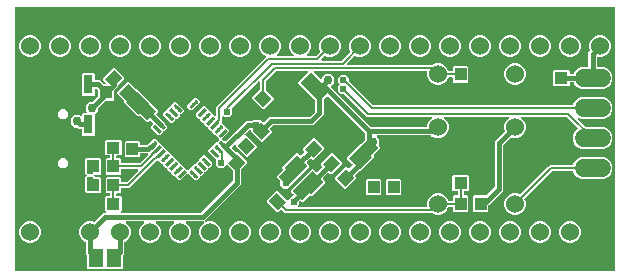
<source format=gbr>
G04 EAGLE Gerber RS-274X export*
G75*
%MOMM*%
%FSLAX34Y34*%
%LPD*%
%INBottom Copper*%
%IPPOS*%
%AMOC8*
5,1,8,0,0,1.08239X$1,22.5*%
G01*
%ADD10R,1.100000X1.000000*%
%ADD11R,1.000000X1.100000*%
%ADD12R,0.800000X1.600000*%
%ADD13C,1.524000*%
%ADD14C,1.524000*%
%ADD15C,0.067500*%
%ADD16R,3.400000X3.400000*%
%ADD17R,1.300000X1.500000*%
%ADD18R,1.168400X1.600200*%
%ADD19C,0.750000*%
%ADD20C,0.406400*%
%ADD21C,0.604800*%
%ADD22C,0.254000*%
%ADD23C,0.203200*%

G36*
X259695Y1504D02*
X259695Y1504D01*
X259715Y1502D01*
X259816Y1524D01*
X259918Y1540D01*
X259936Y1550D01*
X259955Y1554D01*
X260044Y1607D01*
X260136Y1656D01*
X260149Y1670D01*
X260166Y1680D01*
X260234Y1759D01*
X260305Y1834D01*
X260313Y1852D01*
X260326Y1867D01*
X260365Y1963D01*
X260409Y2057D01*
X260411Y2077D01*
X260418Y2095D01*
X260437Y2262D01*
X260437Y224751D01*
X260434Y224770D01*
X260436Y224790D01*
X260414Y224891D01*
X260397Y224993D01*
X260388Y225011D01*
X260383Y225030D01*
X260330Y225119D01*
X260282Y225211D01*
X260268Y225224D01*
X260257Y225241D01*
X260179Y225309D01*
X260104Y225380D01*
X260086Y225388D01*
X260070Y225401D01*
X259974Y225440D01*
X259881Y225484D01*
X259861Y225486D01*
X259842Y225493D01*
X259676Y225512D01*
X-246976Y225512D01*
X-246995Y225509D01*
X-247015Y225511D01*
X-247116Y225489D01*
X-247218Y225472D01*
X-247236Y225463D01*
X-247255Y225458D01*
X-247344Y225405D01*
X-247436Y225357D01*
X-247449Y225343D01*
X-247466Y225332D01*
X-247534Y225254D01*
X-247605Y225179D01*
X-247613Y225161D01*
X-247626Y225145D01*
X-247665Y225049D01*
X-247709Y224956D01*
X-247711Y224936D01*
X-247718Y224917D01*
X-247737Y224751D01*
X-247737Y2262D01*
X-247734Y2242D01*
X-247736Y2223D01*
X-247714Y2121D01*
X-247697Y2019D01*
X-247688Y2002D01*
X-247683Y1982D01*
X-247630Y1893D01*
X-247582Y1802D01*
X-247568Y1788D01*
X-247557Y1771D01*
X-247479Y1704D01*
X-247404Y1632D01*
X-247386Y1624D01*
X-247370Y1611D01*
X-247274Y1572D01*
X-247181Y1529D01*
X-247161Y1527D01*
X-247142Y1519D01*
X-246976Y1501D01*
X259676Y1501D01*
X259695Y1504D01*
G37*
%LPC*%
G36*
X-185544Y3174D02*
X-185544Y3174D01*
X-186437Y4067D01*
X-186437Y14721D01*
X-186451Y14812D01*
X-186459Y14902D01*
X-186471Y14932D01*
X-186476Y14964D01*
X-186519Y15045D01*
X-186555Y15129D01*
X-186581Y15161D01*
X-186592Y15182D01*
X-186615Y15204D01*
X-186660Y15260D01*
X-187707Y16307D01*
X-187707Y25991D01*
X-187726Y26106D01*
X-187743Y26222D01*
X-187745Y26228D01*
X-187746Y26234D01*
X-187801Y26337D01*
X-187854Y26442D01*
X-187859Y26446D01*
X-187862Y26452D01*
X-187946Y26531D01*
X-188030Y26614D01*
X-188036Y26617D01*
X-188040Y26621D01*
X-188057Y26629D01*
X-188177Y26695D01*
X-189330Y27172D01*
X-191903Y29745D01*
X-193295Y33106D01*
X-193295Y36744D01*
X-191903Y40105D01*
X-189330Y42678D01*
X-185969Y44070D01*
X-182331Y44070D01*
X-181178Y43592D01*
X-181064Y43565D01*
X-180950Y43537D01*
X-180944Y43537D01*
X-180938Y43536D01*
X-180822Y43547D01*
X-180705Y43556D01*
X-180700Y43558D01*
X-180693Y43559D01*
X-180586Y43607D01*
X-180479Y43652D01*
X-180473Y43657D01*
X-180469Y43659D01*
X-180455Y43672D01*
X-180348Y43757D01*
X-175230Y48875D01*
X-172923Y51182D01*
X-171476Y51182D01*
X-171405Y51193D01*
X-171333Y51195D01*
X-171284Y51213D01*
X-171233Y51221D01*
X-171170Y51255D01*
X-171102Y51280D01*
X-171062Y51312D01*
X-171016Y51337D01*
X-170966Y51389D01*
X-170910Y51433D01*
X-170882Y51477D01*
X-170846Y51515D01*
X-170816Y51580D01*
X-170777Y51640D01*
X-170765Y51691D01*
X-170743Y51738D01*
X-170735Y51809D01*
X-170717Y51879D01*
X-170721Y51931D01*
X-170716Y51982D01*
X-170731Y52053D01*
X-170736Y52124D01*
X-170757Y52172D01*
X-170768Y52223D01*
X-170805Y52284D01*
X-170833Y52350D01*
X-170878Y52406D01*
X-170894Y52434D01*
X-170912Y52449D01*
X-170938Y52481D01*
X-171562Y53106D01*
X-171562Y64369D01*
X-170669Y65262D01*
X-167839Y65262D01*
X-167820Y65265D01*
X-167800Y65263D01*
X-167699Y65285D01*
X-167597Y65302D01*
X-167579Y65311D01*
X-167560Y65316D01*
X-167471Y65369D01*
X-167379Y65417D01*
X-167366Y65431D01*
X-167349Y65442D01*
X-167281Y65520D01*
X-167210Y65595D01*
X-167202Y65613D01*
X-167189Y65629D01*
X-167150Y65725D01*
X-167106Y65818D01*
X-167104Y65838D01*
X-167097Y65857D01*
X-167078Y66023D01*
X-167078Y66827D01*
X-167081Y66846D01*
X-167079Y66866D01*
X-167101Y66967D01*
X-167118Y67069D01*
X-167127Y67087D01*
X-167132Y67106D01*
X-167185Y67195D01*
X-167233Y67287D01*
X-167247Y67300D01*
X-167258Y67317D01*
X-167336Y67385D01*
X-167411Y67456D01*
X-167429Y67464D01*
X-167445Y67477D01*
X-167541Y67516D01*
X-167634Y67560D01*
X-167654Y67562D01*
X-167673Y67569D01*
X-167839Y67588D01*
X-170169Y67588D01*
X-171062Y68481D01*
X-171062Y80744D01*
X-170169Y81637D01*
X-158906Y81637D01*
X-158013Y80744D01*
X-158013Y77914D01*
X-158010Y77895D01*
X-158012Y77875D01*
X-157990Y77774D01*
X-157973Y77672D01*
X-157964Y77654D01*
X-157959Y77635D01*
X-157906Y77546D01*
X-157858Y77454D01*
X-157844Y77441D01*
X-157833Y77424D01*
X-157755Y77356D01*
X-157680Y77285D01*
X-157662Y77277D01*
X-157646Y77264D01*
X-157550Y77225D01*
X-157457Y77181D01*
X-157437Y77179D01*
X-157418Y77172D01*
X-157252Y77153D01*
X-153501Y77153D01*
X-153411Y77168D01*
X-153320Y77175D01*
X-153290Y77188D01*
X-153258Y77193D01*
X-153178Y77236D01*
X-153094Y77271D01*
X-153062Y77297D01*
X-153041Y77308D01*
X-153019Y77331D01*
X-152963Y77376D01*
X-143692Y86647D01*
X-143650Y86705D01*
X-143601Y86757D01*
X-143579Y86805D01*
X-143548Y86847D01*
X-143527Y86915D01*
X-143497Y86981D01*
X-143491Y87032D01*
X-143476Y87082D01*
X-143478Y87154D01*
X-143470Y87225D01*
X-143481Y87276D01*
X-143482Y87328D01*
X-143507Y87395D01*
X-143522Y87465D01*
X-143549Y87510D01*
X-143567Y87559D01*
X-143612Y87615D01*
X-143648Y87676D01*
X-143688Y87710D01*
X-143721Y87751D01*
X-143781Y87790D01*
X-143835Y87836D01*
X-143884Y87856D01*
X-143927Y87884D01*
X-143997Y87901D01*
X-144063Y87928D01*
X-144135Y87936D01*
X-144166Y87944D01*
X-144189Y87942D01*
X-144230Y87947D01*
X-157252Y87947D01*
X-157271Y87944D01*
X-157291Y87946D01*
X-157392Y87924D01*
X-157494Y87907D01*
X-157512Y87898D01*
X-157531Y87893D01*
X-157620Y87840D01*
X-157712Y87792D01*
X-157725Y87778D01*
X-157742Y87767D01*
X-157810Y87689D01*
X-157881Y87614D01*
X-157889Y87596D01*
X-157902Y87580D01*
X-157941Y87484D01*
X-157985Y87391D01*
X-157987Y87371D01*
X-157994Y87352D01*
X-158013Y87186D01*
X-158013Y84356D01*
X-158906Y83463D01*
X-170169Y83463D01*
X-171062Y84356D01*
X-171062Y96619D01*
X-170169Y97512D01*
X-167839Y97512D01*
X-167820Y97515D01*
X-167800Y97513D01*
X-167699Y97535D01*
X-167597Y97552D01*
X-167579Y97561D01*
X-167560Y97566D01*
X-167471Y97619D01*
X-167379Y97667D01*
X-167366Y97681D01*
X-167349Y97692D01*
X-167281Y97770D01*
X-167210Y97845D01*
X-167202Y97863D01*
X-167189Y97879D01*
X-167150Y97974D01*
X-167106Y98068D01*
X-167104Y98088D01*
X-167097Y98107D01*
X-167078Y98273D01*
X-167078Y99077D01*
X-167081Y99096D01*
X-167079Y99116D01*
X-167101Y99217D01*
X-167118Y99319D01*
X-167127Y99337D01*
X-167132Y99356D01*
X-167185Y99445D01*
X-167233Y99537D01*
X-167247Y99550D01*
X-167258Y99567D01*
X-167336Y99635D01*
X-167411Y99706D01*
X-167429Y99714D01*
X-167445Y99727D01*
X-167541Y99766D01*
X-167634Y99810D01*
X-167654Y99812D01*
X-167673Y99819D01*
X-167839Y99838D01*
X-170669Y99838D01*
X-171562Y100731D01*
X-171562Y111994D01*
X-170669Y112887D01*
X-158406Y112887D01*
X-157513Y111994D01*
X-157513Y100731D01*
X-158406Y99838D01*
X-161236Y99838D01*
X-161255Y99835D01*
X-161275Y99837D01*
X-161376Y99815D01*
X-161478Y99798D01*
X-161496Y99789D01*
X-161515Y99784D01*
X-161604Y99731D01*
X-161696Y99683D01*
X-161709Y99669D01*
X-161726Y99658D01*
X-161794Y99580D01*
X-161865Y99505D01*
X-161873Y99487D01*
X-161886Y99471D01*
X-161925Y99375D01*
X-161969Y99282D01*
X-161971Y99262D01*
X-161978Y99243D01*
X-161997Y99077D01*
X-161997Y98273D01*
X-161994Y98254D01*
X-161996Y98234D01*
X-161974Y98133D01*
X-161957Y98031D01*
X-161948Y98013D01*
X-161943Y97994D01*
X-161890Y97905D01*
X-161842Y97813D01*
X-161828Y97800D01*
X-161817Y97783D01*
X-161739Y97715D01*
X-161664Y97644D01*
X-161646Y97636D01*
X-161630Y97623D01*
X-161534Y97584D01*
X-161441Y97540D01*
X-161421Y97538D01*
X-161402Y97531D01*
X-161236Y97512D01*
X-158906Y97512D01*
X-158013Y96619D01*
X-158013Y93789D01*
X-158010Y93770D01*
X-158012Y93750D01*
X-157990Y93649D01*
X-157973Y93547D01*
X-157964Y93529D01*
X-157959Y93510D01*
X-157906Y93421D01*
X-157858Y93329D01*
X-157844Y93316D01*
X-157833Y93299D01*
X-157755Y93231D01*
X-157680Y93160D01*
X-157662Y93152D01*
X-157646Y93139D01*
X-157550Y93100D01*
X-157457Y93056D01*
X-157437Y93054D01*
X-157418Y93047D01*
X-157252Y93028D01*
X-142655Y93028D01*
X-142565Y93043D01*
X-142474Y93050D01*
X-142444Y93063D01*
X-142412Y93068D01*
X-142332Y93111D01*
X-142248Y93146D01*
X-142216Y93172D01*
X-142195Y93183D01*
X-142173Y93206D01*
X-142117Y93251D01*
X-135218Y100150D01*
X-135176Y100208D01*
X-135127Y100260D01*
X-135105Y100307D01*
X-135075Y100350D01*
X-135054Y100418D01*
X-135023Y100483D01*
X-135018Y100535D01*
X-135002Y100585D01*
X-135004Y100657D01*
X-134996Y100728D01*
X-135007Y100779D01*
X-135009Y100831D01*
X-135033Y100898D01*
X-135048Y100968D01*
X-135075Y101013D01*
X-135093Y101062D01*
X-135138Y101118D01*
X-135175Y101179D01*
X-135214Y101213D01*
X-135247Y101254D01*
X-135307Y101292D01*
X-135362Y101339D01*
X-135410Y101359D01*
X-135454Y101387D01*
X-135523Y101404D01*
X-135590Y101431D01*
X-135661Y101439D01*
X-135692Y101447D01*
X-135715Y101445D01*
X-135756Y101450D01*
X-141145Y101450D01*
X-141165Y101446D01*
X-141185Y101448D01*
X-141286Y101426D01*
X-141388Y101410D01*
X-141406Y101400D01*
X-141425Y101396D01*
X-141514Y101343D01*
X-141605Y101295D01*
X-141619Y101280D01*
X-141636Y101270D01*
X-141704Y101191D01*
X-141775Y101116D01*
X-141783Y101098D01*
X-141796Y101083D01*
X-141835Y100987D01*
X-141878Y100893D01*
X-141881Y100874D01*
X-141888Y100855D01*
X-141907Y100688D01*
X-141907Y98875D01*
X-142800Y97982D01*
X-154063Y97982D01*
X-154956Y98875D01*
X-154956Y111138D01*
X-154063Y112031D01*
X-142800Y112031D01*
X-141907Y111138D01*
X-141907Y109324D01*
X-141903Y109305D01*
X-141905Y109285D01*
X-141883Y109184D01*
X-141867Y109081D01*
X-141857Y109064D01*
X-141853Y109044D01*
X-141800Y108955D01*
X-141752Y108864D01*
X-141737Y108850D01*
X-141727Y108833D01*
X-141648Y108766D01*
X-141573Y108695D01*
X-141555Y108686D01*
X-141540Y108673D01*
X-141444Y108635D01*
X-141350Y108591D01*
X-141331Y108589D01*
X-141312Y108581D01*
X-141145Y108563D01*
X-136637Y108563D01*
X-136547Y108578D01*
X-136456Y108585D01*
X-136427Y108597D01*
X-136395Y108603D01*
X-136314Y108645D01*
X-136230Y108681D01*
X-136198Y108707D01*
X-136177Y108718D01*
X-136155Y108741D01*
X-136099Y108786D01*
X-132772Y112113D01*
X-132123Y112113D01*
X-132032Y112128D01*
X-131942Y112135D01*
X-131912Y112148D01*
X-131880Y112153D01*
X-131799Y112196D01*
X-131715Y112231D01*
X-131683Y112257D01*
X-131662Y112268D01*
X-131640Y112291D01*
X-131584Y112336D01*
X-130161Y113760D01*
X-128618Y113760D01*
X-126095Y111237D01*
X-126095Y110985D01*
X-126092Y110966D01*
X-126094Y110946D01*
X-126072Y110845D01*
X-126055Y110743D01*
X-126046Y110725D01*
X-126042Y110706D01*
X-125989Y110616D01*
X-125940Y110525D01*
X-125926Y110512D01*
X-125916Y110495D01*
X-125837Y110427D01*
X-125762Y110356D01*
X-125744Y110348D01*
X-125729Y110335D01*
X-125633Y110296D01*
X-125539Y110252D01*
X-125519Y110250D01*
X-125501Y110243D01*
X-125334Y110224D01*
X-125082Y110224D01*
X-122560Y107702D01*
X-122560Y107450D01*
X-122556Y107430D01*
X-122559Y107410D01*
X-122537Y107309D01*
X-122520Y107207D01*
X-122511Y107190D01*
X-122506Y107170D01*
X-122453Y107081D01*
X-122405Y106990D01*
X-122390Y106976D01*
X-122380Y106959D01*
X-122301Y106892D01*
X-122226Y106820D01*
X-122208Y106812D01*
X-122193Y106799D01*
X-122097Y106760D01*
X-122003Y106717D01*
X-121984Y106715D01*
X-121965Y106707D01*
X-121798Y106689D01*
X-121547Y106689D01*
X-119024Y104166D01*
X-119024Y103914D01*
X-119021Y103895D01*
X-119023Y103875D01*
X-119001Y103774D01*
X-118984Y103672D01*
X-118975Y103654D01*
X-118971Y103635D01*
X-118918Y103546D01*
X-118869Y103454D01*
X-118855Y103441D01*
X-118845Y103423D01*
X-118766Y103356D01*
X-118691Y103285D01*
X-118673Y103277D01*
X-118658Y103264D01*
X-118562Y103225D01*
X-118468Y103181D01*
X-118448Y103179D01*
X-118430Y103172D01*
X-118263Y103153D01*
X-118011Y103153D01*
X-115489Y100630D01*
X-115489Y100379D01*
X-115485Y100359D01*
X-115488Y100339D01*
X-115466Y100238D01*
X-115449Y100136D01*
X-115440Y100119D01*
X-115435Y100099D01*
X-115382Y100010D01*
X-115334Y99919D01*
X-115319Y99905D01*
X-115309Y99888D01*
X-115230Y99821D01*
X-115155Y99749D01*
X-115137Y99741D01*
X-115122Y99728D01*
X-115026Y99689D01*
X-114932Y99646D01*
X-114913Y99644D01*
X-114894Y99636D01*
X-114727Y99618D01*
X-114476Y99618D01*
X-111953Y97095D01*
X-111953Y96843D01*
X-111950Y96824D01*
X-111952Y96804D01*
X-111930Y96703D01*
X-111913Y96601D01*
X-111904Y96583D01*
X-111900Y96564D01*
X-111847Y96475D01*
X-111798Y96383D01*
X-111784Y96370D01*
X-111774Y96352D01*
X-111695Y96285D01*
X-111620Y96214D01*
X-111602Y96205D01*
X-111587Y96193D01*
X-111490Y96154D01*
X-111397Y96110D01*
X-111377Y96108D01*
X-111359Y96101D01*
X-111192Y96082D01*
X-110940Y96082D01*
X-108418Y93559D01*
X-108418Y93308D01*
X-108414Y93288D01*
X-108417Y93268D01*
X-108395Y93167D01*
X-108378Y93065D01*
X-108369Y93048D01*
X-108364Y93028D01*
X-108311Y92939D01*
X-108263Y92848D01*
X-108248Y92834D01*
X-108238Y92817D01*
X-108159Y92750D01*
X-108084Y92678D01*
X-108066Y92670D01*
X-108051Y92657D01*
X-107955Y92618D01*
X-107861Y92575D01*
X-107842Y92573D01*
X-107823Y92565D01*
X-107656Y92547D01*
X-107405Y92547D01*
X-104882Y90024D01*
X-104882Y89772D01*
X-104879Y89753D01*
X-104881Y89733D01*
X-104859Y89632D01*
X-104842Y89530D01*
X-104833Y89512D01*
X-104829Y89492D01*
X-104776Y89403D01*
X-104727Y89312D01*
X-104713Y89298D01*
X-104703Y89281D01*
X-104624Y89214D01*
X-104549Y89143D01*
X-104531Y89134D01*
X-104516Y89121D01*
X-104419Y89083D01*
X-104326Y89039D01*
X-104306Y89037D01*
X-104287Y89030D01*
X-104121Y89011D01*
X-103869Y89011D01*
X-102138Y87280D01*
X-102122Y87269D01*
X-102110Y87253D01*
X-102022Y87197D01*
X-101939Y87137D01*
X-101920Y87131D01*
X-101903Y87120D01*
X-101802Y87095D01*
X-101703Y87064D01*
X-101684Y87065D01*
X-101664Y87060D01*
X-101561Y87068D01*
X-101458Y87071D01*
X-101439Y87077D01*
X-101419Y87079D01*
X-101324Y87119D01*
X-101227Y87155D01*
X-101211Y87168D01*
X-101193Y87175D01*
X-101062Y87280D01*
X-99331Y89011D01*
X-99079Y89011D01*
X-99060Y89014D01*
X-99040Y89012D01*
X-98939Y89034D01*
X-98837Y89051D01*
X-98819Y89060D01*
X-98799Y89064D01*
X-98710Y89118D01*
X-98619Y89166D01*
X-98605Y89180D01*
X-98588Y89191D01*
X-98521Y89269D01*
X-98450Y89344D01*
X-98441Y89362D01*
X-98428Y89377D01*
X-98390Y89474D01*
X-98346Y89567D01*
X-98344Y89587D01*
X-98336Y89606D01*
X-98318Y89772D01*
X-98318Y90024D01*
X-95795Y92547D01*
X-95544Y92547D01*
X-95524Y92550D01*
X-95504Y92548D01*
X-95403Y92570D01*
X-95301Y92586D01*
X-95283Y92596D01*
X-95264Y92600D01*
X-95175Y92653D01*
X-95084Y92701D01*
X-95070Y92716D01*
X-95053Y92726D01*
X-94985Y92805D01*
X-94914Y92880D01*
X-94906Y92898D01*
X-94893Y92913D01*
X-94854Y93009D01*
X-94811Y93103D01*
X-94808Y93123D01*
X-94801Y93141D01*
X-94782Y93308D01*
X-94782Y93559D01*
X-92260Y96082D01*
X-92008Y96082D01*
X-91989Y96085D01*
X-91969Y96083D01*
X-91867Y96105D01*
X-91765Y96122D01*
X-91748Y96131D01*
X-91728Y96135D01*
X-91639Y96189D01*
X-91548Y96237D01*
X-91534Y96251D01*
X-91517Y96262D01*
X-91450Y96340D01*
X-91379Y96415D01*
X-91370Y96433D01*
X-91357Y96448D01*
X-91319Y96545D01*
X-91275Y96638D01*
X-91273Y96658D01*
X-91265Y96677D01*
X-91247Y96843D01*
X-91247Y97095D01*
X-88724Y99618D01*
X-87181Y99618D01*
X-80840Y93277D01*
X-80840Y91734D01*
X-83363Y89211D01*
X-83615Y89211D01*
X-83634Y89208D01*
X-83654Y89210D01*
X-83755Y89188D01*
X-83857Y89171D01*
X-83875Y89162D01*
X-83894Y89158D01*
X-83983Y89105D01*
X-84075Y89056D01*
X-84088Y89042D01*
X-84106Y89032D01*
X-84173Y88953D01*
X-84244Y88878D01*
X-84253Y88860D01*
X-84265Y88845D01*
X-84304Y88748D01*
X-84348Y88655D01*
X-84350Y88635D01*
X-84357Y88617D01*
X-84376Y88450D01*
X-84376Y88198D01*
X-86899Y85676D01*
X-87150Y85676D01*
X-87170Y85672D01*
X-87190Y85674D01*
X-87291Y85652D01*
X-87393Y85636D01*
X-87410Y85626D01*
X-87430Y85622D01*
X-87519Y85569D01*
X-87610Y85521D01*
X-87624Y85506D01*
X-87641Y85496D01*
X-87708Y85417D01*
X-87780Y85342D01*
X-87788Y85324D01*
X-87801Y85309D01*
X-87840Y85213D01*
X-87883Y85119D01*
X-87885Y85100D01*
X-87893Y85081D01*
X-87911Y84914D01*
X-87911Y84663D01*
X-90434Y82140D01*
X-90686Y82140D01*
X-90705Y82137D01*
X-90725Y82139D01*
X-90826Y82117D01*
X-90928Y82100D01*
X-90946Y82091D01*
X-90966Y82087D01*
X-91055Y82033D01*
X-91146Y81985D01*
X-91160Y81971D01*
X-91177Y81961D01*
X-91244Y81882D01*
X-91315Y81807D01*
X-91324Y81789D01*
X-91337Y81774D01*
X-91375Y81677D01*
X-91419Y81584D01*
X-91421Y81564D01*
X-91429Y81545D01*
X-91447Y81379D01*
X-91447Y81127D01*
X-93970Y78604D01*
X-95512Y78604D01*
X-101062Y84154D01*
X-101078Y84165D01*
X-101090Y84181D01*
X-101178Y84237D01*
X-101261Y84297D01*
X-101280Y84303D01*
X-101297Y84314D01*
X-101398Y84339D01*
X-101497Y84370D01*
X-101516Y84369D01*
X-101536Y84374D01*
X-101639Y84366D01*
X-101742Y84363D01*
X-101761Y84356D01*
X-101781Y84355D01*
X-101876Y84314D01*
X-101973Y84279D01*
X-101989Y84266D01*
X-102007Y84259D01*
X-102138Y84154D01*
X-107688Y78604D01*
X-109230Y78604D01*
X-111753Y81127D01*
X-111753Y81379D01*
X-111756Y81398D01*
X-111754Y81418D01*
X-111776Y81519D01*
X-111793Y81621D01*
X-111802Y81639D01*
X-111806Y81659D01*
X-111860Y81748D01*
X-111908Y81839D01*
X-111922Y81853D01*
X-111933Y81870D01*
X-112011Y81937D01*
X-112086Y82008D01*
X-112104Y82017D01*
X-112119Y82030D01*
X-112216Y82068D01*
X-112309Y82112D01*
X-112329Y82114D01*
X-112348Y82122D01*
X-112514Y82140D01*
X-112766Y82140D01*
X-115289Y84663D01*
X-115289Y84914D01*
X-115292Y84934D01*
X-115290Y84954D01*
X-115312Y85055D01*
X-115328Y85157D01*
X-115338Y85175D01*
X-115342Y85194D01*
X-115395Y85283D01*
X-115443Y85374D01*
X-115458Y85388D01*
X-115468Y85405D01*
X-115547Y85473D01*
X-115622Y85544D01*
X-115640Y85552D01*
X-115655Y85565D01*
X-115751Y85604D01*
X-115845Y85647D01*
X-115865Y85650D01*
X-115883Y85657D01*
X-116050Y85676D01*
X-116301Y85676D01*
X-118824Y88198D01*
X-118824Y88450D01*
X-118827Y88469D01*
X-118825Y88489D01*
X-118847Y88591D01*
X-118864Y88693D01*
X-118873Y88710D01*
X-118877Y88730D01*
X-118931Y88819D01*
X-118979Y88910D01*
X-118993Y88924D01*
X-119004Y88941D01*
X-119082Y89008D01*
X-119157Y89079D01*
X-119175Y89088D01*
X-119191Y89101D01*
X-119287Y89139D01*
X-119380Y89183D01*
X-119400Y89185D01*
X-119419Y89193D01*
X-119585Y89211D01*
X-119837Y89211D01*
X-122360Y91734D01*
X-122360Y91985D01*
X-122363Y92005D01*
X-122361Y92025D01*
X-122383Y92126D01*
X-122399Y92228D01*
X-122409Y92246D01*
X-122413Y92265D01*
X-122466Y92354D01*
X-122514Y92445D01*
X-122529Y92459D01*
X-122539Y92476D01*
X-122618Y92544D01*
X-122693Y92615D01*
X-122711Y92623D01*
X-122726Y92636D01*
X-122822Y92675D01*
X-122916Y92718D01*
X-122936Y92721D01*
X-122954Y92728D01*
X-123121Y92747D01*
X-123372Y92747D01*
X-125835Y95209D01*
X-125851Y95220D01*
X-125863Y95236D01*
X-125950Y95292D01*
X-126034Y95352D01*
X-126053Y95358D01*
X-126070Y95369D01*
X-126170Y95394D01*
X-126269Y95425D01*
X-126289Y95424D01*
X-126309Y95429D01*
X-126412Y95421D01*
X-126515Y95418D01*
X-126534Y95411D01*
X-126554Y95410D01*
X-126649Y95369D01*
X-126746Y95334D01*
X-126762Y95321D01*
X-126780Y95313D01*
X-126911Y95209D01*
X-127162Y94957D01*
X-127880Y94957D01*
X-127970Y94943D01*
X-128061Y94935D01*
X-128091Y94923D01*
X-128123Y94918D01*
X-128204Y94875D01*
X-128288Y94839D01*
X-128320Y94813D01*
X-128340Y94802D01*
X-128363Y94779D01*
X-128419Y94734D01*
X-151081Y72072D01*
X-157252Y72072D01*
X-157271Y72069D01*
X-157291Y72071D01*
X-157392Y72049D01*
X-157494Y72032D01*
X-157512Y72023D01*
X-157531Y72018D01*
X-157620Y71965D01*
X-157712Y71917D01*
X-157725Y71903D01*
X-157742Y71892D01*
X-157810Y71814D01*
X-157881Y71739D01*
X-157889Y71721D01*
X-157902Y71705D01*
X-157941Y71609D01*
X-157985Y71516D01*
X-157987Y71496D01*
X-157994Y71477D01*
X-158013Y71311D01*
X-158013Y68481D01*
X-158906Y67588D01*
X-161236Y67588D01*
X-161255Y67585D01*
X-161275Y67587D01*
X-161376Y67565D01*
X-161478Y67548D01*
X-161496Y67539D01*
X-161515Y67534D01*
X-161604Y67481D01*
X-161696Y67433D01*
X-161709Y67419D01*
X-161726Y67408D01*
X-161794Y67329D01*
X-161865Y67255D01*
X-161873Y67237D01*
X-161886Y67221D01*
X-161925Y67125D01*
X-161969Y67032D01*
X-161971Y67012D01*
X-161978Y66993D01*
X-161997Y66827D01*
X-161997Y66023D01*
X-161994Y66004D01*
X-161996Y65984D01*
X-161974Y65883D01*
X-161957Y65781D01*
X-161948Y65763D01*
X-161943Y65744D01*
X-161890Y65655D01*
X-161842Y65563D01*
X-161828Y65550D01*
X-161817Y65533D01*
X-161739Y65465D01*
X-161664Y65394D01*
X-161646Y65386D01*
X-161630Y65373D01*
X-161534Y65334D01*
X-161441Y65290D01*
X-161421Y65288D01*
X-161402Y65281D01*
X-161236Y65262D01*
X-158406Y65262D01*
X-157513Y64369D01*
X-157513Y53106D01*
X-158137Y52481D01*
X-158179Y52423D01*
X-158229Y52371D01*
X-158251Y52324D01*
X-158281Y52282D01*
X-158302Y52213D01*
X-158332Y52148D01*
X-158338Y52096D01*
X-158353Y52046D01*
X-158351Y51975D01*
X-158359Y51904D01*
X-158348Y51853D01*
X-158347Y51801D01*
X-158322Y51733D01*
X-158307Y51663D01*
X-158280Y51618D01*
X-158263Y51570D01*
X-158218Y51514D01*
X-158181Y51452D01*
X-158141Y51418D01*
X-158109Y51378D01*
X-158049Y51339D01*
X-157994Y51292D01*
X-157946Y51273D01*
X-157902Y51245D01*
X-157832Y51227D01*
X-157766Y51200D01*
X-157695Y51192D01*
X-157663Y51184D01*
X-157640Y51186D01*
X-157599Y51182D01*
X-90689Y51182D01*
X-90598Y51196D01*
X-90508Y51204D01*
X-90478Y51216D01*
X-90446Y51221D01*
X-90365Y51264D01*
X-90281Y51300D01*
X-90249Y51326D01*
X-90228Y51337D01*
X-90206Y51360D01*
X-90150Y51405D01*
X-63651Y77904D01*
X-63597Y77978D01*
X-63538Y78048D01*
X-63526Y78078D01*
X-63507Y78104D01*
X-63480Y78191D01*
X-63446Y78276D01*
X-63442Y78317D01*
X-63435Y78339D01*
X-63435Y78371D01*
X-63428Y78443D01*
X-63428Y86630D01*
X-63442Y86720D01*
X-63449Y86811D01*
X-63462Y86841D01*
X-63467Y86873D01*
X-63510Y86953D01*
X-63546Y87037D01*
X-63571Y87069D01*
X-63582Y87090D01*
X-63606Y87112D01*
X-63651Y87168D01*
X-67830Y91348D01*
X-67846Y91359D01*
X-67859Y91375D01*
X-67946Y91431D01*
X-68030Y91491D01*
X-68049Y91497D01*
X-68066Y91508D01*
X-68166Y91533D01*
X-68265Y91564D01*
X-68285Y91563D01*
X-68304Y91568D01*
X-68407Y91560D01*
X-68511Y91557D01*
X-68530Y91551D01*
X-68549Y91549D01*
X-68644Y91509D01*
X-68742Y91473D01*
X-68758Y91460D01*
X-68776Y91453D01*
X-68907Y91348D01*
X-71141Y89114D01*
X-74909Y89114D01*
X-77574Y91778D01*
X-77574Y95706D01*
X-77588Y95796D01*
X-77596Y95887D01*
X-77608Y95917D01*
X-77613Y95948D01*
X-77656Y96029D01*
X-77692Y96113D01*
X-77718Y96145D01*
X-77729Y96166D01*
X-77752Y96188D01*
X-77797Y96244D01*
X-84176Y102623D01*
X-84176Y104166D01*
X-81653Y106689D01*
X-81402Y106689D01*
X-81382Y106692D01*
X-81362Y106690D01*
X-81261Y106712D01*
X-81159Y106728D01*
X-81141Y106738D01*
X-81122Y106742D01*
X-81033Y106795D01*
X-80941Y106844D01*
X-80928Y106858D01*
X-80911Y106868D01*
X-80843Y106947D01*
X-80772Y107022D01*
X-80764Y107040D01*
X-80751Y107055D01*
X-80712Y107151D01*
X-80668Y107245D01*
X-80666Y107265D01*
X-80659Y107283D01*
X-80640Y107450D01*
X-80640Y107702D01*
X-78118Y110224D01*
X-77866Y110224D01*
X-77846Y110227D01*
X-77827Y110225D01*
X-77725Y110247D01*
X-77623Y110264D01*
X-77606Y110273D01*
X-77586Y110278D01*
X-77497Y110331D01*
X-77406Y110379D01*
X-77392Y110393D01*
X-77375Y110404D01*
X-77308Y110482D01*
X-77237Y110557D01*
X-77228Y110575D01*
X-77215Y110591D01*
X-77176Y110687D01*
X-77133Y110780D01*
X-77131Y110800D01*
X-77123Y110819D01*
X-77105Y110985D01*
X-77105Y111237D01*
X-75374Y112968D01*
X-75362Y112984D01*
X-75347Y112997D01*
X-75291Y113084D01*
X-75230Y113168D01*
X-75225Y113187D01*
X-75214Y113203D01*
X-75188Y113304D01*
X-75158Y113403D01*
X-75159Y113423D01*
X-75154Y113442D01*
X-75162Y113545D01*
X-75164Y113649D01*
X-75171Y113667D01*
X-75173Y113687D01*
X-75213Y113782D01*
X-75249Y113880D01*
X-75261Y113895D01*
X-75269Y113914D01*
X-75374Y114045D01*
X-77105Y115775D01*
X-77105Y116027D01*
X-77108Y116047D01*
X-77106Y116066D01*
X-77128Y116168D01*
X-77145Y116270D01*
X-77154Y116287D01*
X-77158Y116307D01*
X-77211Y116396D01*
X-77260Y116487D01*
X-77274Y116501D01*
X-77284Y116518D01*
X-77363Y116585D01*
X-77438Y116656D01*
X-77456Y116665D01*
X-77471Y116678D01*
X-77567Y116717D01*
X-77661Y116760D01*
X-77681Y116762D01*
X-77699Y116770D01*
X-77866Y116788D01*
X-78118Y116788D01*
X-80640Y119311D01*
X-80640Y119563D01*
X-80644Y119582D01*
X-80641Y119602D01*
X-80663Y119703D01*
X-80680Y119805D01*
X-80689Y119823D01*
X-80694Y119842D01*
X-80747Y119931D01*
X-80795Y120023D01*
X-80810Y120036D01*
X-80820Y120053D01*
X-80899Y120121D01*
X-80974Y120192D01*
X-80992Y120200D01*
X-81007Y120213D01*
X-81103Y120252D01*
X-81197Y120296D01*
X-81216Y120298D01*
X-81235Y120305D01*
X-81402Y120324D01*
X-81653Y120324D01*
X-84176Y122846D01*
X-84176Y123098D01*
X-84179Y123118D01*
X-84177Y123138D01*
X-84199Y123239D01*
X-84216Y123341D01*
X-84225Y123358D01*
X-84229Y123378D01*
X-84282Y123467D01*
X-84331Y123558D01*
X-84345Y123572D01*
X-84355Y123589D01*
X-84434Y123656D01*
X-84509Y123728D01*
X-84527Y123736D01*
X-84542Y123749D01*
X-84638Y123788D01*
X-84732Y123831D01*
X-84752Y123833D01*
X-84770Y123841D01*
X-84937Y123859D01*
X-85189Y123859D01*
X-87711Y126382D01*
X-87711Y126634D01*
X-87715Y126653D01*
X-87712Y126673D01*
X-87734Y126774D01*
X-87751Y126876D01*
X-87760Y126894D01*
X-87765Y126913D01*
X-87818Y127002D01*
X-87866Y127094D01*
X-87881Y127107D01*
X-87891Y127125D01*
X-87970Y127192D01*
X-88045Y127263D01*
X-88063Y127271D01*
X-88078Y127284D01*
X-88174Y127323D01*
X-88268Y127367D01*
X-88287Y127369D01*
X-88306Y127376D01*
X-88473Y127395D01*
X-88724Y127395D01*
X-91247Y129918D01*
X-91247Y130169D01*
X-91249Y130182D01*
X-91248Y130191D01*
X-91249Y130197D01*
X-91248Y130209D01*
X-91270Y130310D01*
X-91287Y130412D01*
X-91296Y130429D01*
X-91300Y130449D01*
X-91353Y130538D01*
X-91402Y130629D01*
X-91416Y130643D01*
X-91426Y130660D01*
X-91505Y130727D01*
X-91580Y130799D01*
X-91598Y130807D01*
X-91613Y130820D01*
X-91710Y130859D01*
X-91803Y130902D01*
X-91823Y130904D01*
X-91841Y130912D01*
X-92008Y130930D01*
X-92260Y130930D01*
X-94782Y133453D01*
X-94782Y134996D01*
X-88441Y141337D01*
X-86899Y141337D01*
X-84376Y138814D01*
X-84376Y138563D01*
X-84373Y138543D01*
X-84375Y138523D01*
X-84353Y138422D01*
X-84336Y138320D01*
X-84327Y138302D01*
X-84323Y138283D01*
X-84269Y138194D01*
X-84221Y138103D01*
X-84207Y138089D01*
X-84196Y138072D01*
X-84118Y138004D01*
X-84043Y137933D01*
X-84025Y137925D01*
X-84010Y137912D01*
X-83913Y137873D01*
X-83820Y137830D01*
X-83800Y137827D01*
X-83781Y137820D01*
X-83615Y137801D01*
X-83363Y137801D01*
X-80840Y135279D01*
X-80840Y135027D01*
X-80837Y135007D01*
X-80839Y134988D01*
X-80817Y134886D01*
X-80801Y134784D01*
X-80791Y134767D01*
X-80787Y134747D01*
X-80734Y134658D01*
X-80686Y134567D01*
X-80671Y134553D01*
X-80661Y134536D01*
X-80582Y134469D01*
X-80507Y134398D01*
X-80489Y134389D01*
X-80474Y134376D01*
X-80378Y134338D01*
X-80284Y134294D01*
X-80264Y134292D01*
X-80246Y134284D01*
X-80079Y134266D01*
X-79828Y134266D01*
X-78453Y132891D01*
X-78395Y132849D01*
X-78343Y132800D01*
X-78295Y132778D01*
X-78253Y132748D01*
X-78185Y132726D01*
X-78119Y132696D01*
X-78068Y132691D01*
X-78018Y132675D01*
X-77946Y132677D01*
X-77875Y132669D01*
X-77824Y132680D01*
X-77772Y132682D01*
X-77705Y132706D01*
X-77635Y132721D01*
X-77590Y132748D01*
X-77541Y132766D01*
X-77485Y132811D01*
X-77424Y132848D01*
X-77390Y132887D01*
X-77349Y132920D01*
X-77310Y132980D01*
X-77264Y133034D01*
X-77244Y133083D01*
X-77216Y133127D01*
X-77199Y133196D01*
X-77172Y133263D01*
X-77164Y133334D01*
X-77156Y133365D01*
X-77158Y133388D01*
X-77153Y133429D01*
X-77153Y140752D01*
X-35360Y182545D01*
X-35333Y182583D01*
X-35300Y182614D01*
X-35262Y182682D01*
X-35217Y182745D01*
X-35203Y182789D01*
X-35181Y182829D01*
X-35167Y182906D01*
X-35144Y182980D01*
X-35145Y183026D01*
X-35137Y183071D01*
X-35149Y183148D01*
X-35151Y183226D01*
X-35166Y183269D01*
X-35173Y183315D01*
X-35208Y183384D01*
X-35235Y183457D01*
X-35264Y183493D01*
X-35285Y183534D01*
X-35340Y183588D01*
X-35389Y183649D01*
X-35427Y183674D01*
X-35460Y183706D01*
X-35580Y183772D01*
X-35596Y183782D01*
X-35601Y183783D01*
X-35607Y183787D01*
X-36930Y184335D01*
X-39503Y186907D01*
X-40895Y190269D01*
X-40895Y193906D01*
X-39503Y197268D01*
X-36930Y199840D01*
X-33569Y201232D01*
X-29931Y201232D01*
X-26570Y199840D01*
X-23997Y197268D01*
X-22605Y193906D01*
X-22605Y190269D01*
X-23997Y186907D01*
X-26090Y184815D01*
X-26131Y184757D01*
X-26181Y184705D01*
X-26203Y184658D01*
X-26233Y184616D01*
X-26254Y184547D01*
X-26284Y184482D01*
X-26290Y184430D01*
X-26306Y184380D01*
X-26304Y184309D01*
X-26312Y184238D01*
X-26301Y184187D01*
X-26299Y184135D01*
X-26275Y184067D01*
X-26259Y183997D01*
X-26233Y183952D01*
X-26215Y183904D01*
X-26170Y183848D01*
X-26133Y183786D01*
X-26094Y183752D01*
X-26061Y183712D01*
X-26001Y183673D01*
X-25946Y183626D01*
X-25898Y183607D01*
X-25854Y183579D01*
X-25785Y183561D01*
X-25718Y183534D01*
X-25647Y183526D01*
X-25616Y183518D01*
X-25592Y183520D01*
X-25551Y183516D01*
X-12549Y183516D01*
X-12478Y183527D01*
X-12406Y183529D01*
X-12357Y183547D01*
X-12306Y183555D01*
X-12243Y183589D01*
X-12175Y183614D01*
X-12135Y183646D01*
X-12089Y183671D01*
X-12039Y183723D01*
X-11983Y183767D01*
X-11955Y183811D01*
X-11919Y183849D01*
X-11889Y183914D01*
X-11850Y183974D01*
X-11837Y184025D01*
X-11816Y184072D01*
X-11808Y184143D01*
X-11790Y184213D01*
X-11794Y184265D01*
X-11788Y184316D01*
X-11804Y184387D01*
X-11809Y184458D01*
X-11830Y184506D01*
X-11841Y184557D01*
X-11877Y184618D01*
X-11906Y184684D01*
X-11950Y184740D01*
X-11967Y184768D01*
X-11985Y184783D01*
X-12010Y184815D01*
X-14103Y186907D01*
X-15495Y190269D01*
X-15495Y193906D01*
X-14103Y197268D01*
X-11530Y199840D01*
X-8169Y201232D01*
X-4531Y201232D01*
X-1170Y199840D01*
X1403Y197268D01*
X2795Y193906D01*
X2795Y190269D01*
X1403Y186907D01*
X-690Y184815D01*
X-731Y184757D01*
X-781Y184705D01*
X-803Y184658D01*
X-833Y184616D01*
X-854Y184547D01*
X-884Y184482D01*
X-890Y184430D01*
X-906Y184380D01*
X-904Y184309D01*
X-912Y184238D01*
X-901Y184187D01*
X-899Y184135D01*
X-875Y184067D01*
X-859Y183997D01*
X-833Y183953D01*
X-815Y183904D01*
X-770Y183848D01*
X-733Y183786D01*
X-694Y183752D01*
X-661Y183712D01*
X-601Y183673D01*
X-546Y183626D01*
X-498Y183607D01*
X-454Y183579D01*
X-385Y183561D01*
X-318Y183534D01*
X-247Y183526D01*
X-216Y183518D01*
X-192Y183520D01*
X-151Y183516D01*
X6570Y183516D01*
X6660Y183530D01*
X6751Y183538D01*
X6781Y183550D01*
X6813Y183555D01*
X6893Y183598D01*
X6977Y183634D01*
X7009Y183660D01*
X7030Y183671D01*
X7052Y183694D01*
X7108Y183739D01*
X10639Y187269D01*
X10707Y187364D01*
X10777Y187458D01*
X10779Y187464D01*
X10782Y187469D01*
X10817Y187580D01*
X10853Y187692D01*
X10853Y187698D01*
X10855Y187704D01*
X10852Y187821D01*
X10851Y187938D01*
X10849Y187945D01*
X10848Y187950D01*
X10842Y187967D01*
X10804Y188099D01*
X9905Y190269D01*
X9905Y193906D01*
X11297Y197268D01*
X13870Y199840D01*
X17231Y201232D01*
X20869Y201232D01*
X24230Y199840D01*
X26803Y197268D01*
X28195Y193906D01*
X28195Y190269D01*
X26803Y186907D01*
X24230Y184335D01*
X20869Y182943D01*
X17231Y182943D01*
X15062Y183841D01*
X14948Y183868D01*
X14834Y183897D01*
X14828Y183896D01*
X14822Y183898D01*
X14706Y183887D01*
X14589Y183877D01*
X14584Y183875D01*
X14577Y183874D01*
X14470Y183827D01*
X14363Y183781D01*
X14357Y183777D01*
X14353Y183774D01*
X14339Y183762D01*
X14232Y183676D01*
X11815Y181259D01*
X11773Y181201D01*
X11724Y181149D01*
X11702Y181102D01*
X11671Y181060D01*
X11650Y180991D01*
X11620Y180926D01*
X11614Y180874D01*
X11599Y180824D01*
X11601Y180753D01*
X11593Y180682D01*
X11604Y180631D01*
X11605Y180579D01*
X11630Y180511D01*
X11645Y180441D01*
X11672Y180397D01*
X11690Y180348D01*
X11735Y180292D01*
X11771Y180230D01*
X11811Y180196D01*
X11844Y180156D01*
X11904Y180117D01*
X11958Y180070D01*
X12007Y180051D01*
X12050Y180023D01*
X12120Y180005D01*
X12186Y179978D01*
X12258Y179970D01*
X12289Y179962D01*
X12312Y179964D01*
X12353Y179960D01*
X28414Y179960D01*
X28504Y179974D01*
X28595Y179982D01*
X28625Y179994D01*
X28657Y179999D01*
X28737Y180042D01*
X28821Y180078D01*
X28853Y180104D01*
X28874Y180115D01*
X28896Y180138D01*
X28952Y180183D01*
X36039Y187269D01*
X36107Y187364D01*
X36177Y187458D01*
X36179Y187464D01*
X36182Y187469D01*
X36217Y187580D01*
X36253Y187692D01*
X36253Y187698D01*
X36255Y187704D01*
X36252Y187821D01*
X36251Y187938D01*
X36249Y187945D01*
X36248Y187950D01*
X36242Y187967D01*
X36204Y188099D01*
X35305Y190269D01*
X35305Y193906D01*
X36697Y197268D01*
X39270Y199840D01*
X42631Y201232D01*
X46269Y201232D01*
X49630Y199840D01*
X52203Y197268D01*
X53595Y193906D01*
X53595Y190269D01*
X52203Y186907D01*
X49630Y184335D01*
X46269Y182943D01*
X42631Y182943D01*
X40462Y183841D01*
X40348Y183868D01*
X40234Y183897D01*
X40228Y183896D01*
X40222Y183898D01*
X40106Y183887D01*
X39989Y183877D01*
X39984Y183875D01*
X39977Y183874D01*
X39870Y183827D01*
X39763Y183781D01*
X39757Y183777D01*
X39753Y183774D01*
X39739Y183762D01*
X39632Y183676D01*
X33659Y177703D01*
X33617Y177645D01*
X33568Y177593D01*
X33546Y177546D01*
X33515Y177504D01*
X33494Y177435D01*
X33464Y177370D01*
X33458Y177318D01*
X33443Y177268D01*
X33445Y177197D01*
X33437Y177126D01*
X33448Y177075D01*
X33449Y177023D01*
X33474Y176955D01*
X33489Y176885D01*
X33516Y176841D01*
X33534Y176792D01*
X33579Y176736D01*
X33615Y176674D01*
X33655Y176640D01*
X33688Y176600D01*
X33748Y176561D01*
X33802Y176514D01*
X33851Y176495D01*
X33894Y176467D01*
X33964Y176449D01*
X34030Y176422D01*
X34102Y176414D01*
X34133Y176406D01*
X34156Y176408D01*
X34197Y176404D01*
X105020Y176404D01*
X105085Y176414D01*
X105150Y176415D01*
X105230Y176438D01*
X105263Y176443D01*
X105280Y176453D01*
X105311Y176462D01*
X108544Y177801D01*
X112182Y177801D01*
X115543Y176409D01*
X118116Y173836D01*
X119172Y171286D01*
X119233Y171186D01*
X119293Y171086D01*
X119298Y171082D01*
X119302Y171077D01*
X119392Y171002D01*
X119480Y170926D01*
X119486Y170924D01*
X119491Y170920D01*
X119599Y170878D01*
X119709Y170834D01*
X119716Y170833D01*
X119721Y170832D01*
X119739Y170831D01*
X119875Y170816D01*
X122327Y170816D01*
X122346Y170819D01*
X122366Y170817D01*
X122467Y170839D01*
X122569Y170855D01*
X122587Y170865D01*
X122606Y170869D01*
X122695Y170922D01*
X122787Y170971D01*
X122800Y170985D01*
X122817Y170995D01*
X122885Y171074D01*
X122956Y171149D01*
X122964Y171167D01*
X122977Y171182D01*
X123016Y171278D01*
X123060Y171372D01*
X123062Y171392D01*
X123069Y171410D01*
X123088Y171577D01*
X123088Y174407D01*
X123981Y175300D01*
X135244Y175300D01*
X136137Y174407D01*
X136137Y162143D01*
X135244Y161250D01*
X123981Y161250D01*
X123088Y162143D01*
X123088Y164973D01*
X123085Y164993D01*
X123087Y165012D01*
X123065Y165114D01*
X123048Y165216D01*
X123039Y165233D01*
X123034Y165253D01*
X122981Y165342D01*
X122933Y165433D01*
X122919Y165447D01*
X122908Y165464D01*
X122830Y165531D01*
X122755Y165603D01*
X122737Y165611D01*
X122721Y165624D01*
X122625Y165663D01*
X122532Y165706D01*
X122512Y165708D01*
X122493Y165716D01*
X122327Y165734D01*
X119560Y165734D01*
X119445Y165715D01*
X119329Y165698D01*
X119323Y165696D01*
X119317Y165695D01*
X119214Y165640D01*
X119109Y165587D01*
X119105Y165582D01*
X119099Y165579D01*
X119020Y165495D01*
X118937Y165411D01*
X118934Y165405D01*
X118930Y165401D01*
X118922Y165384D01*
X118856Y165264D01*
X118116Y163476D01*
X115543Y160903D01*
X112182Y159511D01*
X108544Y159511D01*
X105183Y160903D01*
X102610Y163476D01*
X101218Y166837D01*
X101218Y170561D01*
X101215Y170581D01*
X101217Y170600D01*
X101195Y170702D01*
X101179Y170804D01*
X101169Y170821D01*
X101165Y170841D01*
X101112Y170930D01*
X101063Y171021D01*
X101049Y171035D01*
X101039Y171052D01*
X100960Y171119D01*
X100885Y171191D01*
X100867Y171199D01*
X100852Y171212D01*
X100756Y171251D01*
X100662Y171294D01*
X100642Y171296D01*
X100624Y171304D01*
X100457Y171322D01*
X6112Y171322D01*
X6041Y171311D01*
X5969Y171309D01*
X5920Y171291D01*
X5869Y171283D01*
X5806Y171249D01*
X5738Y171224D01*
X5698Y171192D01*
X5652Y171167D01*
X5602Y171116D01*
X5546Y171071D01*
X5518Y171027D01*
X5482Y170989D01*
X5452Y170924D01*
X5413Y170864D01*
X5401Y170813D01*
X5379Y170766D01*
X5371Y170695D01*
X5353Y170625D01*
X5357Y170573D01*
X5351Y170522D01*
X5367Y170451D01*
X5372Y170380D01*
X5393Y170332D01*
X5404Y170281D01*
X5441Y170220D01*
X5469Y170154D01*
X5513Y170098D01*
X5530Y170070D01*
X5548Y170055D01*
X5573Y170023D01*
X10888Y164708D01*
X10946Y164666D01*
X10998Y164617D01*
X11046Y164595D01*
X11088Y164564D01*
X11156Y164543D01*
X11222Y164513D01*
X11273Y164507D01*
X11323Y164492D01*
X11395Y164494D01*
X11466Y164486D01*
X11517Y164497D01*
X11569Y164498D01*
X11636Y164523D01*
X11706Y164538D01*
X11751Y164565D01*
X11800Y164583D01*
X11856Y164628D01*
X11917Y164664D01*
X11951Y164704D01*
X11992Y164737D01*
X12031Y164797D01*
X12077Y164851D01*
X12097Y164900D01*
X12125Y164943D01*
X12142Y165013D01*
X12169Y165079D01*
X12177Y165151D01*
X12185Y165182D01*
X12183Y165205D01*
X12188Y165246D01*
X12188Y165697D01*
X15278Y168787D01*
X19647Y168787D01*
X22737Y165697D01*
X22737Y161328D01*
X19937Y158528D01*
X19926Y158511D01*
X19910Y158499D01*
X19854Y158412D01*
X19794Y158328D01*
X19788Y158309D01*
X19777Y158292D01*
X19752Y158192D01*
X19721Y158093D01*
X19722Y158073D01*
X19717Y158054D01*
X19725Y157951D01*
X19728Y157847D01*
X19735Y157828D01*
X19736Y157808D01*
X19776Y157714D01*
X19812Y157616D01*
X19825Y157600D01*
X19832Y157582D01*
X19937Y157451D01*
X53298Y124090D01*
X53339Y124049D01*
X53414Y123996D01*
X53483Y123936D01*
X53513Y123924D01*
X53539Y123905D01*
X53626Y123878D01*
X53711Y123844D01*
X53752Y123840D01*
X53774Y123833D01*
X53806Y123834D01*
X53878Y123826D01*
X100457Y123826D01*
X100477Y123829D01*
X100496Y123827D01*
X100598Y123849D01*
X100700Y123865D01*
X100717Y123875D01*
X100737Y123879D01*
X100826Y123932D01*
X100917Y123981D01*
X100931Y123995D01*
X100948Y124005D01*
X101015Y124084D01*
X101087Y124159D01*
X101095Y124177D01*
X101108Y124192D01*
X101147Y124288D01*
X101190Y124382D01*
X101192Y124402D01*
X101200Y124420D01*
X101218Y124587D01*
X101218Y125263D01*
X102610Y128624D01*
X105084Y131097D01*
X105125Y131155D01*
X105175Y131207D01*
X105197Y131255D01*
X105227Y131297D01*
X105248Y131365D01*
X105278Y131431D01*
X105284Y131482D01*
X105300Y131532D01*
X105298Y131604D01*
X105306Y131675D01*
X105295Y131726D01*
X105293Y131778D01*
X105269Y131845D01*
X105253Y131915D01*
X105227Y131960D01*
X105209Y132009D01*
X105164Y132065D01*
X105127Y132126D01*
X105088Y132160D01*
X105055Y132201D01*
X104995Y132240D01*
X104940Y132286D01*
X104892Y132306D01*
X104848Y132334D01*
X104779Y132351D01*
X104712Y132378D01*
X104641Y132386D01*
X104610Y132394D01*
X104586Y132392D01*
X104545Y132397D01*
X50113Y132397D01*
X48402Y134108D01*
X31341Y151169D01*
X31267Y151222D01*
X31198Y151281D01*
X31167Y151294D01*
X31141Y151312D01*
X31054Y151339D01*
X30969Y151373D01*
X30929Y151378D01*
X30906Y151385D01*
X30874Y151384D01*
X30803Y151392D01*
X28278Y151392D01*
X25614Y154056D01*
X25614Y157825D01*
X26977Y159188D01*
X26989Y159204D01*
X27005Y159217D01*
X27061Y159304D01*
X27121Y159388D01*
X27127Y159407D01*
X27138Y159424D01*
X27163Y159524D01*
X27193Y159623D01*
X27193Y159643D01*
X27198Y159662D01*
X27190Y159765D01*
X27187Y159869D01*
X27180Y159888D01*
X27178Y159907D01*
X27138Y160002D01*
X27102Y160100D01*
X27090Y160116D01*
X27082Y160134D01*
X26977Y160265D01*
X25614Y161628D01*
X25614Y165397D01*
X28278Y168061D01*
X32047Y168061D01*
X34711Y165397D01*
X34711Y163169D01*
X34726Y163079D01*
X34733Y162988D01*
X34746Y162958D01*
X34751Y162926D01*
X34794Y162845D01*
X34829Y162762D01*
X34855Y162729D01*
X34866Y162709D01*
X34889Y162687D01*
X34934Y162631D01*
X55101Y142464D01*
X55175Y142411D01*
X55245Y142351D01*
X55275Y142339D01*
X55301Y142320D01*
X55388Y142293D01*
X55473Y142259D01*
X55514Y142255D01*
X55536Y142248D01*
X55568Y142249D01*
X55639Y142241D01*
X224326Y142241D01*
X224440Y142260D01*
X224557Y142277D01*
X224562Y142279D01*
X224568Y142280D01*
X224671Y142335D01*
X224776Y142388D01*
X224780Y142393D01*
X224786Y142396D01*
X224866Y142480D01*
X224948Y142564D01*
X224952Y142570D01*
X224955Y142574D01*
X224963Y142591D01*
X225029Y142711D01*
X225927Y144880D01*
X228500Y147453D01*
X231861Y148845D01*
X250739Y148845D01*
X254100Y147453D01*
X256673Y144880D01*
X258065Y141519D01*
X258065Y137881D01*
X256673Y134520D01*
X254100Y131947D01*
X250739Y130555D01*
X231861Y130555D01*
X229894Y131370D01*
X229800Y131392D01*
X229707Y131421D01*
X229680Y131420D01*
X229655Y131426D01*
X229558Y131417D01*
X229461Y131414D01*
X229436Y131405D01*
X229410Y131403D01*
X229321Y131363D01*
X229230Y131330D01*
X229209Y131314D01*
X229185Y131303D01*
X229114Y131237D01*
X229038Y131176D01*
X229024Y131154D01*
X229004Y131137D01*
X228957Y131051D01*
X228905Y130969D01*
X228898Y130944D01*
X228886Y130921D01*
X228868Y130825D01*
X228845Y130731D01*
X228847Y130705D01*
X228842Y130679D01*
X228856Y130582D01*
X228864Y130486D01*
X228874Y130462D01*
X228878Y130436D01*
X228922Y130349D01*
X228960Y130259D01*
X228980Y130234D01*
X228989Y130216D01*
X229013Y130193D01*
X229065Y130128D01*
X235525Y123668D01*
X235599Y123615D01*
X235669Y123555D01*
X235699Y123543D01*
X235725Y123524D01*
X235812Y123497D01*
X235897Y123463D01*
X235938Y123459D01*
X235960Y123452D01*
X235992Y123453D01*
X236064Y123445D01*
X250739Y123445D01*
X254100Y122053D01*
X256673Y119480D01*
X258065Y116119D01*
X258065Y112481D01*
X256673Y109120D01*
X254100Y106547D01*
X250739Y105155D01*
X231861Y105155D01*
X228500Y106547D01*
X225927Y109120D01*
X224535Y112481D01*
X224535Y116119D01*
X225927Y119480D01*
X228513Y122066D01*
X228515Y122067D01*
X228558Y122082D01*
X228619Y122131D01*
X228685Y122172D01*
X228714Y122207D01*
X228750Y122236D01*
X228792Y122302D01*
X228842Y122362D01*
X228858Y122404D01*
X228883Y122443D01*
X228902Y122518D01*
X228930Y122591D01*
X228932Y122637D01*
X228943Y122682D01*
X228937Y122759D01*
X228940Y122837D01*
X228927Y122881D01*
X228924Y122927D01*
X228893Y122998D01*
X228872Y123073D01*
X228846Y123111D01*
X228828Y123153D01*
X228742Y123260D01*
X228732Y123275D01*
X228728Y123278D01*
X228723Y123284D01*
X219833Y132174D01*
X219759Y132227D01*
X219690Y132286D01*
X219659Y132299D01*
X219633Y132317D01*
X219546Y132344D01*
X219461Y132378D01*
X219421Y132383D01*
X219398Y132390D01*
X219366Y132389D01*
X219295Y132397D01*
X181205Y132397D01*
X181134Y132385D01*
X181062Y132383D01*
X181013Y132365D01*
X180962Y132357D01*
X180899Y132323D01*
X180831Y132299D01*
X180791Y132266D01*
X180745Y132242D01*
X180695Y132190D01*
X180639Y132145D01*
X180611Y132101D01*
X180575Y132064D01*
X180545Y131999D01*
X180506Y131938D01*
X180493Y131888D01*
X180472Y131841D01*
X180464Y131769D01*
X180446Y131700D01*
X180450Y131648D01*
X180444Y131596D01*
X180460Y131526D01*
X180465Y131455D01*
X180486Y131407D01*
X180497Y131356D01*
X180533Y131294D01*
X180562Y131228D01*
X180606Y131172D01*
X180623Y131145D01*
X180641Y131129D01*
X180666Y131097D01*
X183140Y128624D01*
X184532Y125263D01*
X184532Y121625D01*
X183140Y118264D01*
X180567Y115691D01*
X177206Y114299D01*
X173568Y114299D01*
X172415Y114777D01*
X172301Y114804D01*
X172187Y114832D01*
X172181Y114832D01*
X172175Y114833D01*
X172059Y114822D01*
X171942Y114813D01*
X171937Y114811D01*
X171930Y114810D01*
X171823Y114762D01*
X171716Y114717D01*
X171710Y114712D01*
X171706Y114710D01*
X171692Y114697D01*
X171585Y114612D01*
X165705Y108732D01*
X165652Y108658D01*
X165592Y108588D01*
X165580Y108558D01*
X165561Y108532D01*
X165534Y108445D01*
X165500Y108360D01*
X165496Y108319D01*
X165489Y108297D01*
X165490Y108265D01*
X165482Y108193D01*
X165482Y69964D01*
X153360Y57843D01*
X153307Y57769D01*
X153248Y57699D01*
X153235Y57669D01*
X153217Y57643D01*
X153190Y57556D01*
X153156Y57471D01*
X153151Y57430D01*
X153144Y57408D01*
X153145Y57376D01*
X153137Y57304D01*
X153137Y52606D01*
X152244Y51713D01*
X140981Y51713D01*
X140088Y52606D01*
X140088Y64869D01*
X140981Y65762D01*
X150904Y65762D01*
X150995Y65777D01*
X151085Y65784D01*
X151115Y65797D01*
X151147Y65802D01*
X151228Y65845D01*
X151312Y65880D01*
X151344Y65906D01*
X151365Y65917D01*
X151387Y65940D01*
X151443Y65985D01*
X158145Y72688D01*
X158198Y72762D01*
X158258Y72831D01*
X158270Y72861D01*
X158289Y72888D01*
X158316Y72974D01*
X158350Y73059D01*
X158354Y73100D01*
X158361Y73123D01*
X158360Y73155D01*
X158368Y73226D01*
X158368Y111455D01*
X160675Y113762D01*
X166555Y119642D01*
X166623Y119737D01*
X166693Y119831D01*
X166695Y119837D01*
X166699Y119842D01*
X166733Y119953D01*
X166769Y120065D01*
X166769Y120071D01*
X166771Y120077D01*
X166768Y120192D01*
X166767Y120310D01*
X166765Y120318D01*
X166765Y120323D01*
X166758Y120340D01*
X166720Y120472D01*
X166242Y121625D01*
X166242Y125263D01*
X167634Y128624D01*
X170108Y131097D01*
X170149Y131155D01*
X170199Y131207D01*
X170221Y131255D01*
X170251Y131297D01*
X170272Y131365D01*
X170302Y131431D01*
X170308Y131482D01*
X170324Y131532D01*
X170322Y131604D01*
X170330Y131675D01*
X170319Y131726D01*
X170317Y131778D01*
X170293Y131845D01*
X170277Y131915D01*
X170251Y131960D01*
X170233Y132009D01*
X170188Y132065D01*
X170151Y132126D01*
X170112Y132160D01*
X170079Y132201D01*
X170019Y132240D01*
X169964Y132286D01*
X169916Y132306D01*
X169872Y132334D01*
X169803Y132351D01*
X169736Y132378D01*
X169665Y132386D01*
X169634Y132394D01*
X169610Y132392D01*
X169569Y132397D01*
X116181Y132397D01*
X116110Y132385D01*
X116038Y132383D01*
X115989Y132365D01*
X115938Y132357D01*
X115875Y132323D01*
X115807Y132299D01*
X115767Y132266D01*
X115721Y132242D01*
X115671Y132190D01*
X115615Y132145D01*
X115587Y132101D01*
X115551Y132064D01*
X115521Y131999D01*
X115482Y131938D01*
X115469Y131888D01*
X115448Y131841D01*
X115440Y131769D01*
X115422Y131700D01*
X115426Y131648D01*
X115420Y131596D01*
X115436Y131526D01*
X115441Y131455D01*
X115462Y131407D01*
X115473Y131356D01*
X115509Y131294D01*
X115538Y131228D01*
X115582Y131172D01*
X115599Y131145D01*
X115617Y131129D01*
X115642Y131097D01*
X118116Y128624D01*
X119508Y125263D01*
X119508Y121625D01*
X118116Y118264D01*
X115543Y115691D01*
X112182Y114299D01*
X108544Y114299D01*
X105183Y115691D01*
X104385Y116489D01*
X104311Y116542D01*
X104242Y116602D01*
X104212Y116614D01*
X104185Y116633D01*
X104098Y116660D01*
X104014Y116694D01*
X103973Y116698D01*
X103950Y116705D01*
X103918Y116704D01*
X103847Y116712D01*
X59273Y116712D01*
X59202Y116701D01*
X59130Y116699D01*
X59081Y116681D01*
X59030Y116673D01*
X58967Y116639D01*
X58899Y116614D01*
X58859Y116582D01*
X58813Y116557D01*
X58763Y116505D01*
X58707Y116461D01*
X58679Y116417D01*
X58643Y116379D01*
X58613Y116314D01*
X58574Y116254D01*
X58561Y116203D01*
X58540Y116156D01*
X58532Y116085D01*
X58514Y116015D01*
X58518Y115963D01*
X58512Y115912D01*
X58528Y115841D01*
X58533Y115770D01*
X58554Y115722D01*
X58565Y115671D01*
X58601Y115610D01*
X58630Y115544D01*
X58674Y115488D01*
X58691Y115460D01*
X58709Y115445D01*
X58734Y115413D01*
X60837Y113310D01*
X60837Y108940D01*
X60476Y108578D01*
X60464Y108562D01*
X60448Y108550D01*
X60392Y108463D01*
X60332Y108379D01*
X60326Y108360D01*
X60315Y108343D01*
X60290Y108242D01*
X60260Y108144D01*
X60260Y108124D01*
X60255Y108104D01*
X60263Y108001D01*
X60266Y107898D01*
X60273Y107879D01*
X60274Y107859D01*
X60315Y107764D01*
X60350Y107667D01*
X60363Y107651D01*
X60371Y107633D01*
X60476Y107502D01*
X60997Y106980D01*
X60997Y105717D01*
X55997Y100717D01*
X55986Y100701D01*
X55970Y100688D01*
X55914Y100601D01*
X55854Y100517D01*
X55848Y100498D01*
X55837Y100481D01*
X55812Y100381D01*
X55781Y100282D01*
X55782Y100262D01*
X55777Y100243D01*
X55785Y100140D01*
X55788Y100036D01*
X55795Y100018D01*
X55796Y99998D01*
X55837Y99903D01*
X55872Y99805D01*
X55885Y99790D01*
X55893Y99771D01*
X55997Y99640D01*
X56242Y99396D01*
X56242Y98133D01*
X44742Y86633D01*
X43674Y86633D01*
X43584Y86619D01*
X43493Y86611D01*
X43464Y86599D01*
X43432Y86594D01*
X43351Y86551D01*
X43267Y86515D01*
X43235Y86489D01*
X43214Y86478D01*
X43192Y86455D01*
X43136Y86410D01*
X40225Y83499D01*
X40213Y83483D01*
X40197Y83470D01*
X40145Y83388D01*
X40140Y83383D01*
X40137Y83376D01*
X40081Y83299D01*
X40075Y83280D01*
X40064Y83263D01*
X40041Y83171D01*
X40036Y83159D01*
X40035Y83148D01*
X40009Y83064D01*
X40009Y83044D01*
X40004Y83025D01*
X40011Y82937D01*
X40009Y82915D01*
X40013Y82895D01*
X40015Y82818D01*
X40022Y82799D01*
X40024Y82780D01*
X40054Y82709D01*
X40061Y82675D01*
X40078Y82647D01*
X40100Y82587D01*
X40112Y82571D01*
X40120Y82553D01*
X40174Y82485D01*
X40187Y82464D01*
X40201Y82452D01*
X40225Y82422D01*
X41154Y81493D01*
X41154Y80230D01*
X32482Y71559D01*
X31219Y71559D01*
X23255Y79523D01*
X23255Y80786D01*
X31926Y89458D01*
X33189Y89458D01*
X34118Y88529D01*
X34134Y88517D01*
X34147Y88502D01*
X34234Y88446D01*
X34318Y88385D01*
X34337Y88379D01*
X34354Y88369D01*
X34454Y88343D01*
X34553Y88313D01*
X34573Y88313D01*
X34592Y88309D01*
X34695Y88317D01*
X34799Y88319D01*
X34818Y88326D01*
X34837Y88328D01*
X34932Y88368D01*
X35030Y88404D01*
X35045Y88416D01*
X35064Y88424D01*
X35195Y88529D01*
X37851Y91185D01*
X37862Y91201D01*
X37878Y91213D01*
X37934Y91301D01*
X37994Y91385D01*
X38000Y91404D01*
X38011Y91420D01*
X38036Y91521D01*
X38067Y91620D01*
X38066Y91640D01*
X38071Y91659D01*
X38063Y91762D01*
X38060Y91866D01*
X38053Y91884D01*
X38052Y91904D01*
X38012Y91999D01*
X37976Y92097D01*
X37963Y92112D01*
X37956Y92130D01*
X37851Y92261D01*
X33393Y96719D01*
X33393Y97982D01*
X45116Y109704D01*
X45116Y109705D01*
X48268Y112857D01*
X48321Y112931D01*
X48381Y113000D01*
X48393Y113030D01*
X48412Y113056D01*
X48439Y113144D01*
X48448Y113168D01*
X48463Y113199D01*
X48464Y113206D01*
X48473Y113228D01*
X48477Y113269D01*
X48484Y113292D01*
X48483Y113324D01*
X48491Y113395D01*
X48491Y118522D01*
X48476Y118612D01*
X48469Y118703D01*
X48457Y118733D01*
X48451Y118765D01*
X48409Y118845D01*
X48373Y118929D01*
X48347Y118961D01*
X48336Y118982D01*
X48313Y119004D01*
X48268Y119060D01*
X17379Y149950D01*
X17362Y149961D01*
X17350Y149977D01*
X17263Y150033D01*
X17179Y150093D01*
X17160Y150099D01*
X17143Y150110D01*
X17043Y150135D01*
X16944Y150166D01*
X16924Y150165D01*
X16905Y150170D01*
X16802Y150162D01*
X16698Y150159D01*
X16679Y150152D01*
X16659Y150151D01*
X16565Y150110D01*
X16467Y150075D01*
X16451Y150062D01*
X16433Y150055D01*
X16302Y149950D01*
X13759Y147407D01*
X13712Y147342D01*
X13699Y147328D01*
X13696Y147321D01*
X13646Y147263D01*
X13634Y147233D01*
X13615Y147207D01*
X13589Y147120D01*
X13554Y147035D01*
X13550Y146994D01*
X13543Y146972D01*
X13544Y146940D01*
X13536Y146868D01*
X13536Y133918D01*
X4648Y125031D01*
X-29282Y125031D01*
X-29372Y125016D01*
X-29463Y125009D01*
X-29493Y124996D01*
X-29525Y124991D01*
X-29606Y124948D01*
X-29690Y124913D01*
X-29722Y124887D01*
X-29742Y124876D01*
X-29765Y124853D01*
X-29821Y124808D01*
X-31681Y122947D01*
X-31693Y122931D01*
X-31708Y122919D01*
X-31764Y122831D01*
X-31825Y122748D01*
X-31830Y122729D01*
X-31841Y122712D01*
X-31866Y122611D01*
X-31897Y122513D01*
X-31896Y122493D01*
X-31901Y122473D01*
X-31893Y122370D01*
X-31891Y122267D01*
X-31884Y122248D01*
X-31882Y122228D01*
X-31842Y122133D01*
X-31806Y122036D01*
X-31794Y122020D01*
X-31786Y122002D01*
X-31681Y121871D01*
X-30399Y120588D01*
X-30399Y119325D01*
X-38363Y111361D01*
X-39626Y111361D01*
X-48297Y120032D01*
X-48297Y121047D01*
X-48298Y121055D01*
X-48298Y121056D01*
X-48300Y121065D01*
X-48309Y121118D01*
X-48311Y121190D01*
X-48329Y121239D01*
X-48337Y121290D01*
X-48370Y121353D01*
X-48395Y121421D01*
X-48428Y121462D01*
X-48452Y121508D01*
X-48504Y121557D01*
X-48549Y121613D01*
X-48593Y121641D01*
X-48630Y121677D01*
X-48695Y121707D01*
X-48756Y121746D01*
X-48806Y121759D01*
X-48854Y121781D01*
X-48925Y121788D01*
X-48994Y121806D01*
X-49046Y121802D01*
X-49098Y121808D01*
X-49168Y121792D01*
X-49240Y121787D01*
X-49287Y121767D01*
X-49338Y121755D01*
X-49400Y121719D01*
X-49466Y121691D01*
X-49522Y121646D01*
X-49549Y121629D01*
X-49565Y121611D01*
X-49597Y121586D01*
X-53323Y117859D01*
X-53365Y117801D01*
X-53414Y117749D01*
X-53436Y117702D01*
X-53467Y117660D01*
X-53488Y117591D01*
X-53518Y117526D01*
X-53524Y117474D01*
X-53539Y117424D01*
X-53537Y117353D01*
X-53545Y117282D01*
X-53534Y117231D01*
X-53533Y117179D01*
X-53508Y117111D01*
X-53493Y117041D01*
X-53466Y116997D01*
X-53448Y116948D01*
X-53403Y116892D01*
X-53367Y116830D01*
X-53327Y116796D01*
X-53295Y116756D01*
X-53234Y116717D01*
X-53180Y116670D01*
X-53132Y116651D01*
X-53088Y116623D01*
X-53018Y116605D01*
X-52952Y116578D01*
X-52880Y116570D01*
X-52849Y116562D01*
X-52826Y116564D01*
X-52785Y116560D01*
X-51770Y116560D01*
X-43099Y107888D01*
X-43099Y106625D01*
X-51063Y98661D01*
X-52326Y98661D01*
X-60997Y107332D01*
X-60997Y108347D01*
X-61009Y108418D01*
X-61011Y108490D01*
X-61029Y108539D01*
X-61037Y108590D01*
X-61070Y108653D01*
X-61095Y108721D01*
X-61128Y108762D01*
X-61152Y108808D01*
X-61204Y108857D01*
X-61249Y108913D01*
X-61293Y108941D01*
X-61330Y108977D01*
X-61395Y109007D01*
X-61456Y109046D01*
X-61506Y109059D01*
X-61554Y109081D01*
X-61625Y109088D01*
X-61694Y109106D01*
X-61746Y109102D01*
X-61798Y109108D01*
X-61868Y109092D01*
X-61940Y109087D01*
X-61987Y109067D01*
X-62038Y109055D01*
X-62100Y109019D01*
X-62166Y108991D01*
X-62222Y108946D01*
X-62249Y108929D01*
X-62265Y108911D01*
X-62297Y108886D01*
X-64211Y106972D01*
X-64222Y106956D01*
X-64238Y106943D01*
X-64294Y106856D01*
X-64354Y106772D01*
X-64360Y106753D01*
X-64371Y106736D01*
X-64396Y106636D01*
X-64426Y106537D01*
X-64426Y106517D01*
X-64431Y106498D01*
X-64423Y106395D01*
X-64420Y106291D01*
X-64413Y106273D01*
X-64412Y106253D01*
X-64371Y106158D01*
X-64336Y106060D01*
X-64323Y106045D01*
X-64315Y106026D01*
X-64211Y105895D01*
X-60810Y102495D01*
X-60736Y102442D01*
X-60667Y102383D01*
X-60637Y102371D01*
X-60610Y102352D01*
X-60523Y102325D01*
X-60439Y102291D01*
X-60398Y102286D01*
X-60375Y102279D01*
X-60343Y102280D01*
X-60272Y102272D01*
X-58886Y102272D01*
X-50922Y94308D01*
X-50922Y93045D01*
X-56091Y87875D01*
X-56144Y87801D01*
X-56204Y87732D01*
X-56216Y87702D01*
X-56235Y87675D01*
X-56261Y87589D01*
X-56296Y87504D01*
X-56300Y87463D01*
X-56307Y87440D01*
X-56306Y87408D01*
X-56314Y87337D01*
X-56314Y75181D01*
X-58620Y72875D01*
X-58621Y72874D01*
X-85120Y46375D01*
X-86880Y44615D01*
X-86937Y44536D01*
X-86999Y44461D01*
X-87009Y44436D01*
X-87024Y44415D01*
X-87052Y44322D01*
X-87087Y44231D01*
X-87088Y44205D01*
X-87096Y44180D01*
X-87094Y44083D01*
X-87098Y43985D01*
X-87091Y43960D01*
X-87090Y43934D01*
X-87056Y43842D01*
X-87029Y43749D01*
X-87014Y43728D01*
X-87005Y43703D01*
X-86944Y43627D01*
X-86889Y43547D01*
X-86868Y43531D01*
X-86852Y43511D01*
X-86770Y43458D01*
X-86692Y43400D01*
X-86667Y43392D01*
X-86645Y43378D01*
X-86550Y43354D01*
X-86458Y43324D01*
X-86432Y43324D01*
X-86406Y43318D01*
X-86309Y43325D01*
X-86212Y43326D01*
X-86180Y43336D01*
X-86161Y43337D01*
X-86131Y43350D01*
X-86051Y43373D01*
X-84369Y44070D01*
X-80731Y44070D01*
X-77370Y42678D01*
X-74797Y40105D01*
X-73405Y36744D01*
X-73405Y33106D01*
X-74797Y29745D01*
X-77370Y27172D01*
X-80731Y25780D01*
X-84369Y25780D01*
X-87730Y27172D01*
X-90303Y29745D01*
X-91695Y33106D01*
X-91695Y36744D01*
X-90303Y40105D01*
X-87639Y42769D01*
X-87597Y42827D01*
X-87548Y42879D01*
X-87526Y42926D01*
X-87495Y42968D01*
X-87474Y43037D01*
X-87444Y43102D01*
X-87438Y43154D01*
X-87423Y43204D01*
X-87425Y43275D01*
X-87417Y43346D01*
X-87428Y43397D01*
X-87429Y43449D01*
X-87454Y43517D01*
X-87469Y43587D01*
X-87496Y43632D01*
X-87514Y43680D01*
X-87559Y43736D01*
X-87595Y43798D01*
X-87635Y43832D01*
X-87667Y43872D01*
X-87728Y43911D01*
X-87782Y43958D01*
X-87831Y43977D01*
X-87874Y44005D01*
X-87944Y44023D01*
X-88010Y44050D01*
X-88082Y44058D01*
X-88113Y44066D01*
X-88136Y44064D01*
X-88177Y44068D01*
X-102323Y44068D01*
X-102394Y44057D01*
X-102465Y44055D01*
X-102514Y44037D01*
X-102566Y44029D01*
X-102629Y43995D01*
X-102696Y43970D01*
X-102737Y43938D01*
X-102783Y43913D01*
X-102832Y43861D01*
X-102888Y43817D01*
X-102917Y43773D01*
X-102952Y43735D01*
X-102983Y43670D01*
X-103021Y43610D01*
X-103034Y43559D01*
X-103056Y43512D01*
X-103064Y43441D01*
X-103081Y43371D01*
X-103077Y43319D01*
X-103083Y43268D01*
X-103068Y43197D01*
X-103062Y43126D01*
X-103042Y43078D01*
X-103031Y43027D01*
X-102994Y42966D01*
X-102966Y42900D01*
X-102921Y42844D01*
X-102905Y42816D01*
X-102887Y42801D01*
X-102861Y42769D01*
X-100197Y40105D01*
X-98805Y36744D01*
X-98805Y33106D01*
X-100197Y29745D01*
X-102770Y27172D01*
X-106131Y25780D01*
X-109769Y25780D01*
X-113130Y27172D01*
X-115703Y29745D01*
X-117095Y33106D01*
X-117095Y36744D01*
X-115703Y40105D01*
X-113039Y42769D01*
X-112997Y42827D01*
X-112948Y42879D01*
X-112926Y42926D01*
X-112895Y42968D01*
X-112874Y43037D01*
X-112844Y43102D01*
X-112838Y43154D01*
X-112823Y43204D01*
X-112825Y43275D01*
X-112817Y43346D01*
X-112828Y43397D01*
X-112829Y43449D01*
X-112854Y43517D01*
X-112869Y43587D01*
X-112896Y43632D01*
X-112914Y43680D01*
X-112959Y43736D01*
X-112995Y43798D01*
X-113035Y43832D01*
X-113067Y43872D01*
X-113128Y43911D01*
X-113182Y43958D01*
X-113231Y43977D01*
X-113274Y44005D01*
X-113344Y44023D01*
X-113410Y44050D01*
X-113482Y44058D01*
X-113513Y44066D01*
X-113536Y44064D01*
X-113577Y44068D01*
X-127723Y44068D01*
X-127794Y44057D01*
X-127865Y44055D01*
X-127914Y44037D01*
X-127966Y44029D01*
X-128029Y43995D01*
X-128096Y43970D01*
X-128137Y43938D01*
X-128183Y43913D01*
X-128232Y43861D01*
X-128288Y43817D01*
X-128317Y43773D01*
X-128352Y43735D01*
X-128383Y43670D01*
X-128421Y43610D01*
X-128434Y43559D01*
X-128456Y43512D01*
X-128464Y43441D01*
X-128481Y43371D01*
X-128477Y43319D01*
X-128483Y43268D01*
X-128468Y43197D01*
X-128462Y43126D01*
X-128442Y43078D01*
X-128431Y43027D01*
X-128394Y42966D01*
X-128366Y42900D01*
X-128321Y42844D01*
X-128305Y42816D01*
X-128287Y42801D01*
X-128261Y42769D01*
X-125597Y40105D01*
X-124205Y36744D01*
X-124205Y33106D01*
X-125597Y29745D01*
X-128170Y27172D01*
X-131531Y25780D01*
X-135169Y25780D01*
X-138530Y27172D01*
X-141103Y29745D01*
X-142495Y33106D01*
X-142495Y36744D01*
X-141103Y40105D01*
X-138439Y42769D01*
X-138397Y42827D01*
X-138348Y42879D01*
X-138326Y42926D01*
X-138295Y42968D01*
X-138274Y43037D01*
X-138244Y43102D01*
X-138238Y43154D01*
X-138223Y43204D01*
X-138225Y43275D01*
X-138217Y43346D01*
X-138228Y43397D01*
X-138229Y43449D01*
X-138254Y43517D01*
X-138269Y43587D01*
X-138296Y43632D01*
X-138314Y43680D01*
X-138359Y43736D01*
X-138395Y43798D01*
X-138435Y43832D01*
X-138467Y43872D01*
X-138528Y43911D01*
X-138582Y43958D01*
X-138631Y43977D01*
X-138674Y44005D01*
X-138744Y44023D01*
X-138810Y44050D01*
X-138882Y44058D01*
X-138913Y44066D01*
X-138936Y44064D01*
X-138977Y44068D01*
X-153123Y44068D01*
X-153194Y44057D01*
X-153265Y44055D01*
X-153314Y44037D01*
X-153366Y44029D01*
X-153429Y43995D01*
X-153496Y43970D01*
X-153537Y43938D01*
X-153583Y43913D01*
X-153632Y43861D01*
X-153688Y43817D01*
X-153717Y43773D01*
X-153752Y43735D01*
X-153783Y43670D01*
X-153821Y43610D01*
X-153834Y43559D01*
X-153856Y43512D01*
X-153864Y43441D01*
X-153881Y43371D01*
X-153877Y43319D01*
X-153883Y43268D01*
X-153868Y43197D01*
X-153862Y43126D01*
X-153842Y43078D01*
X-153831Y43027D01*
X-153794Y42966D01*
X-153766Y42900D01*
X-153721Y42844D01*
X-153705Y42816D01*
X-153687Y42801D01*
X-153661Y42769D01*
X-150997Y40105D01*
X-149605Y36744D01*
X-149605Y33106D01*
X-150997Y29745D01*
X-153570Y27172D01*
X-154723Y26695D01*
X-154823Y26633D01*
X-154923Y26573D01*
X-154927Y26568D01*
X-154932Y26565D01*
X-155007Y26475D01*
X-155083Y26386D01*
X-155085Y26380D01*
X-155089Y26376D01*
X-155131Y26267D01*
X-155175Y26158D01*
X-155176Y26151D01*
X-155177Y26146D01*
X-155178Y26128D01*
X-155193Y25991D01*
X-155193Y16307D01*
X-156240Y15260D01*
X-156293Y15186D01*
X-156353Y15116D01*
X-156365Y15086D01*
X-156384Y15060D01*
X-156411Y14973D01*
X-156445Y14888D01*
X-156449Y14847D01*
X-156456Y14825D01*
X-156455Y14793D01*
X-156463Y14721D01*
X-156463Y4067D01*
X-157356Y3174D01*
X-170304Y3174D01*
X-170912Y3782D01*
X-170928Y3794D01*
X-170940Y3810D01*
X-171028Y3866D01*
X-171111Y3926D01*
X-171130Y3932D01*
X-171147Y3943D01*
X-171248Y3968D01*
X-171347Y3998D01*
X-171366Y3998D01*
X-171386Y4003D01*
X-171489Y3995D01*
X-171592Y3992D01*
X-171611Y3985D01*
X-171631Y3984D01*
X-171726Y3943D01*
X-171823Y3908D01*
X-171839Y3895D01*
X-171857Y3887D01*
X-171988Y3782D01*
X-172596Y3174D01*
X-185544Y3174D01*
G37*
%LPD*%
%LPC*%
G36*
X108544Y49212D02*
X108544Y49212D01*
X105183Y50604D01*
X104957Y50830D01*
X104883Y50883D01*
X104813Y50943D01*
X104783Y50955D01*
X104757Y50974D01*
X104670Y51001D01*
X104585Y51035D01*
X104544Y51039D01*
X104522Y51046D01*
X104490Y51045D01*
X104418Y51053D01*
X-19721Y51053D01*
X-22031Y53363D01*
X-22047Y53374D01*
X-22059Y53390D01*
X-22147Y53446D01*
X-22230Y53506D01*
X-22249Y53512D01*
X-22266Y53523D01*
X-22367Y53548D01*
X-22465Y53578D01*
X-22485Y53578D01*
X-22505Y53583D01*
X-22608Y53575D01*
X-22711Y53572D01*
X-22730Y53565D01*
X-22750Y53564D01*
X-22845Y53523D01*
X-22942Y53488D01*
X-22958Y53475D01*
X-22976Y53467D01*
X-23107Y53363D01*
X-24754Y51715D01*
X-26018Y51715D01*
X-34689Y60387D01*
X-34689Y61650D01*
X-26725Y69614D01*
X-25462Y69614D01*
X-17755Y61907D01*
X-17696Y61865D01*
X-17644Y61816D01*
X-17597Y61794D01*
X-17555Y61763D01*
X-17486Y61742D01*
X-17421Y61712D01*
X-17369Y61706D01*
X-17320Y61691D01*
X-17248Y61693D01*
X-17177Y61685D01*
X-17126Y61696D01*
X-17074Y61697D01*
X-17006Y61722D01*
X-16936Y61737D01*
X-16892Y61764D01*
X-16843Y61782D01*
X-16787Y61827D01*
X-16725Y61863D01*
X-16691Y61903D01*
X-16651Y61935D01*
X-16612Y61996D01*
X-16565Y62050D01*
X-16546Y62099D01*
X-16518Y62142D01*
X-16516Y62148D01*
X-13790Y64874D01*
X-13555Y64874D01*
X-13465Y64888D01*
X-13374Y64896D01*
X-13344Y64908D01*
X-13313Y64913D01*
X-13232Y64956D01*
X-13148Y64992D01*
X-13116Y65018D01*
X-13095Y65029D01*
X-13073Y65052D01*
X-13017Y65097D01*
X-12062Y66052D01*
X-12050Y66068D01*
X-12035Y66080D01*
X-11979Y66168D01*
X-11918Y66251D01*
X-11913Y66270D01*
X-11902Y66287D01*
X-11876Y66388D01*
X-11846Y66487D01*
X-11847Y66507D01*
X-11842Y66526D01*
X-11850Y66629D01*
X-11852Y66732D01*
X-11859Y66751D01*
X-11861Y66771D01*
X-11901Y66866D01*
X-11937Y66963D01*
X-11949Y66979D01*
X-11957Y66997D01*
X-12062Y67128D01*
X-14051Y69118D01*
X-14051Y70381D01*
X-8105Y76328D01*
X3618Y88050D01*
X4881Y88050D01*
X6871Y86061D01*
X6887Y86049D01*
X6899Y86034D01*
X6986Y85978D01*
X7070Y85917D01*
X7089Y85912D01*
X7106Y85901D01*
X7207Y85875D01*
X7305Y85845D01*
X7325Y85846D01*
X7345Y85841D01*
X7448Y85849D01*
X7551Y85851D01*
X7570Y85858D01*
X7590Y85860D01*
X7685Y85900D01*
X7782Y85936D01*
X7798Y85948D01*
X7816Y85956D01*
X7947Y86061D01*
X11794Y89908D01*
X11806Y89924D01*
X11821Y89936D01*
X11877Y90023D01*
X11937Y90107D01*
X11943Y90126D01*
X11954Y90143D01*
X11979Y90243D01*
X12010Y90342D01*
X12009Y90362D01*
X12014Y90382D01*
X12006Y90485D01*
X12003Y90588D01*
X11997Y90607D01*
X11995Y90627D01*
X11955Y90722D01*
X11919Y90819D01*
X11907Y90835D01*
X11899Y90853D01*
X11794Y90984D01*
X11234Y91544D01*
X11234Y92807D01*
X19905Y101478D01*
X21168Y101478D01*
X29133Y93514D01*
X29133Y92251D01*
X20461Y83580D01*
X19198Y83580D01*
X17900Y84878D01*
X17884Y84889D01*
X17872Y84905D01*
X17785Y84961D01*
X17701Y85021D01*
X17682Y85027D01*
X17665Y85038D01*
X17564Y85063D01*
X17466Y85094D01*
X17446Y85093D01*
X17426Y85098D01*
X17323Y85090D01*
X17220Y85087D01*
X17201Y85080D01*
X17181Y85079D01*
X17086Y85038D01*
X16989Y85003D01*
X16973Y84990D01*
X16955Y84982D01*
X16824Y84878D01*
X12977Y81031D01*
X12966Y81015D01*
X12950Y81002D01*
X12894Y80915D01*
X12834Y80831D01*
X12828Y80812D01*
X12817Y80795D01*
X12792Y80695D01*
X12761Y80596D01*
X12762Y80576D01*
X12757Y80557D01*
X12765Y80454D01*
X12768Y80350D01*
X12775Y80331D01*
X12776Y80312D01*
X12816Y80217D01*
X12852Y80119D01*
X12865Y80104D01*
X12872Y80085D01*
X12977Y79954D01*
X14967Y77965D01*
X14967Y76702D01*
X3467Y65202D01*
X2204Y65202D01*
X1960Y65446D01*
X1943Y65458D01*
X1931Y65474D01*
X1844Y65530D01*
X1760Y65590D01*
X1741Y65596D01*
X1724Y65607D01*
X1624Y65632D01*
X1525Y65662D01*
X1505Y65662D01*
X1485Y65667D01*
X1382Y65659D01*
X1279Y65656D01*
X1260Y65649D01*
X1240Y65648D01*
X1145Y65607D01*
X1048Y65571D01*
X1032Y65559D01*
X1014Y65551D01*
X883Y65446D01*
X-4117Y60446D01*
X-5380Y60446D01*
X-5955Y61022D01*
X-5972Y61033D01*
X-5984Y61049D01*
X-6071Y61105D01*
X-6155Y61165D01*
X-6174Y61171D01*
X-6191Y61182D01*
X-6291Y61207D01*
X-6390Y61238D01*
X-6410Y61237D01*
X-6430Y61242D01*
X-6533Y61234D01*
X-6636Y61231D01*
X-6655Y61224D01*
X-6675Y61223D01*
X-6770Y61182D01*
X-6867Y61147D01*
X-6883Y61134D01*
X-6901Y61127D01*
X-7032Y61022D01*
X-7135Y60919D01*
X-7188Y60845D01*
X-7247Y60776D01*
X-7259Y60746D01*
X-7278Y60719D01*
X-7305Y60632D01*
X-7339Y60548D01*
X-7344Y60507D01*
X-7350Y60484D01*
X-7350Y60452D01*
X-7358Y60381D01*
X-7358Y58441D01*
X-8364Y57434D01*
X-8406Y57376D01*
X-8455Y57324D01*
X-8477Y57277D01*
X-8508Y57235D01*
X-8529Y57166D01*
X-8559Y57101D01*
X-8565Y57049D01*
X-8580Y56999D01*
X-8578Y56928D01*
X-8586Y56857D01*
X-8575Y56806D01*
X-8574Y56754D01*
X-8549Y56686D01*
X-8534Y56616D01*
X-8507Y56571D01*
X-8489Y56523D01*
X-8444Y56467D01*
X-8408Y56405D01*
X-8368Y56371D01*
X-8335Y56331D01*
X-8275Y56292D01*
X-8221Y56245D01*
X-8172Y56226D01*
X-8129Y56198D01*
X-8059Y56180D01*
X-7993Y56153D01*
X-7921Y56145D01*
X-7890Y56137D01*
X-7867Y56139D01*
X-7826Y56135D01*
X100457Y56135D01*
X100477Y56138D01*
X100496Y56136D01*
X100598Y56158D01*
X100700Y56174D01*
X100717Y56184D01*
X100737Y56188D01*
X100826Y56241D01*
X100917Y56290D01*
X100931Y56304D01*
X100948Y56314D01*
X101015Y56393D01*
X101087Y56468D01*
X101095Y56486D01*
X101108Y56501D01*
X101147Y56597D01*
X101190Y56691D01*
X101192Y56711D01*
X101200Y56729D01*
X101218Y56896D01*
X101218Y60175D01*
X102610Y63537D01*
X105183Y66109D01*
X108544Y67501D01*
X112182Y67501D01*
X115543Y66109D01*
X118116Y63537D01*
X118856Y61748D01*
X118918Y61649D01*
X118978Y61549D01*
X118983Y61544D01*
X118986Y61539D01*
X119076Y61465D01*
X119165Y61389D01*
X119171Y61386D01*
X119175Y61382D01*
X119284Y61341D01*
X119393Y61297D01*
X119400Y61296D01*
X119405Y61294D01*
X119423Y61293D01*
X119560Y61278D01*
X122327Y61278D01*
X122346Y61281D01*
X122366Y61279D01*
X122467Y61301D01*
X122569Y61318D01*
X122587Y61327D01*
X122606Y61332D01*
X122695Y61385D01*
X122787Y61433D01*
X122800Y61447D01*
X122817Y61458D01*
X122885Y61536D01*
X122956Y61611D01*
X122964Y61629D01*
X122977Y61645D01*
X123016Y61741D01*
X123060Y61834D01*
X123062Y61854D01*
X123069Y61873D01*
X123088Y62039D01*
X123088Y64869D01*
X123981Y65762D01*
X126311Y65762D01*
X126330Y65765D01*
X126350Y65763D01*
X126451Y65785D01*
X126553Y65802D01*
X126571Y65811D01*
X126590Y65816D01*
X126679Y65869D01*
X126771Y65917D01*
X126784Y65931D01*
X126801Y65942D01*
X126869Y66020D01*
X126940Y66095D01*
X126948Y66113D01*
X126961Y66129D01*
X127000Y66225D01*
X127044Y66318D01*
X127046Y66338D01*
X127053Y66357D01*
X127072Y66523D01*
X127072Y68914D01*
X127069Y68934D01*
X127071Y68953D01*
X127049Y69055D01*
X127032Y69157D01*
X127023Y69174D01*
X127018Y69194D01*
X126965Y69283D01*
X126917Y69374D01*
X126903Y69388D01*
X126892Y69405D01*
X126814Y69472D01*
X126739Y69544D01*
X126721Y69552D01*
X126705Y69565D01*
X126609Y69604D01*
X126516Y69647D01*
X126496Y69649D01*
X126477Y69657D01*
X126311Y69675D01*
X123481Y69675D01*
X122588Y70568D01*
X122588Y81832D01*
X123481Y82725D01*
X135744Y82725D01*
X136637Y81832D01*
X136637Y70568D01*
X135744Y69675D01*
X132914Y69675D01*
X132895Y69672D01*
X132875Y69674D01*
X132774Y69652D01*
X132672Y69636D01*
X132654Y69626D01*
X132635Y69622D01*
X132546Y69569D01*
X132454Y69520D01*
X132441Y69506D01*
X132424Y69496D01*
X132356Y69417D01*
X132285Y69342D01*
X132277Y69324D01*
X132264Y69309D01*
X132225Y69213D01*
X132181Y69119D01*
X132179Y69099D01*
X132172Y69081D01*
X132153Y68914D01*
X132153Y66523D01*
X132156Y66504D01*
X132154Y66484D01*
X132176Y66383D01*
X132193Y66281D01*
X132202Y66263D01*
X132207Y66244D01*
X132260Y66155D01*
X132308Y66063D01*
X132322Y66050D01*
X132333Y66033D01*
X132411Y65965D01*
X132486Y65894D01*
X132504Y65886D01*
X132520Y65873D01*
X132616Y65834D01*
X132709Y65790D01*
X132729Y65788D01*
X132748Y65781D01*
X132914Y65762D01*
X135244Y65762D01*
X136137Y64869D01*
X136137Y52606D01*
X135244Y51713D01*
X123981Y51713D01*
X123088Y52606D01*
X123088Y55436D01*
X123085Y55455D01*
X123087Y55475D01*
X123065Y55576D01*
X123048Y55678D01*
X123039Y55696D01*
X123034Y55715D01*
X122981Y55804D01*
X122933Y55896D01*
X122919Y55909D01*
X122908Y55926D01*
X122830Y55994D01*
X122755Y56065D01*
X122737Y56073D01*
X122721Y56086D01*
X122625Y56125D01*
X122532Y56169D01*
X122512Y56171D01*
X122493Y56178D01*
X122327Y56197D01*
X119875Y56197D01*
X119760Y56178D01*
X119644Y56161D01*
X119639Y56158D01*
X119632Y56157D01*
X119530Y56103D01*
X119425Y56049D01*
X119421Y56045D01*
X119415Y56042D01*
X119335Y55958D01*
X119253Y55874D01*
X119249Y55867D01*
X119246Y55864D01*
X119238Y55847D01*
X119172Y55727D01*
X118116Y53176D01*
X115543Y50604D01*
X112182Y49212D01*
X108544Y49212D01*
G37*
%LPD*%
G36*
X-69740Y111790D02*
X-69740Y111790D01*
X-69636Y111792D01*
X-69618Y111799D01*
X-69598Y111801D01*
X-69503Y111841D01*
X-69405Y111877D01*
X-69390Y111889D01*
X-69371Y111897D01*
X-69240Y112002D01*
X-52273Y128969D01*
X-47081Y128969D01*
X-46991Y128984D01*
X-46900Y128991D01*
X-46870Y129004D01*
X-46838Y129009D01*
X-46757Y129052D01*
X-46673Y129087D01*
X-46641Y129113D01*
X-46621Y129124D01*
X-46598Y129147D01*
X-46542Y129192D01*
X-45841Y129893D01*
X-41471Y129893D01*
X-41061Y129483D01*
X-40987Y129430D01*
X-40917Y129370D01*
X-40887Y129358D01*
X-40861Y129339D01*
X-40774Y129312D01*
X-40689Y129278D01*
X-40648Y129274D01*
X-40626Y129267D01*
X-40594Y129268D01*
X-40522Y129260D01*
X-39070Y129260D01*
X-37788Y127977D01*
X-37771Y127966D01*
X-37759Y127950D01*
X-37672Y127894D01*
X-37588Y127834D01*
X-37569Y127828D01*
X-37552Y127817D01*
X-37451Y127792D01*
X-37353Y127761D01*
X-37333Y127762D01*
X-37313Y127757D01*
X-37210Y127765D01*
X-37107Y127768D01*
X-37088Y127775D01*
X-37068Y127776D01*
X-36973Y127817D01*
X-36876Y127852D01*
X-36860Y127865D01*
X-36842Y127873D01*
X-36711Y127977D01*
X-34851Y129838D01*
X-32544Y132144D01*
X1386Y132144D01*
X1477Y132159D01*
X1567Y132166D01*
X1597Y132179D01*
X1629Y132184D01*
X1710Y132227D01*
X1794Y132262D01*
X1826Y132288D01*
X1847Y132299D01*
X1869Y132322D01*
X1925Y132367D01*
X6199Y136642D01*
X6253Y136716D01*
X6312Y136785D01*
X6324Y136816D01*
X6343Y136842D01*
X6370Y136929D01*
X6404Y137014D01*
X6409Y137054D01*
X6415Y137077D01*
X6415Y137109D01*
X6422Y137180D01*
X6422Y146161D01*
X6421Y146172D01*
X6421Y146178D01*
X6415Y146209D01*
X6408Y146251D01*
X6401Y146342D01*
X6388Y146372D01*
X6383Y146404D01*
X6340Y146485D01*
X6304Y146568D01*
X6279Y146601D01*
X6268Y146621D01*
X6244Y146643D01*
X6199Y146699D01*
X3841Y149058D01*
X-7882Y160781D01*
X-7882Y162044D01*
X97Y170023D01*
X139Y170081D01*
X189Y170133D01*
X211Y170180D01*
X241Y170222D01*
X262Y170291D01*
X292Y170356D01*
X298Y170408D01*
X313Y170458D01*
X311Y170529D01*
X319Y170600D01*
X308Y170651D01*
X307Y170703D01*
X282Y170771D01*
X267Y170841D01*
X240Y170886D01*
X223Y170934D01*
X178Y170990D01*
X141Y171052D01*
X101Y171086D01*
X69Y171126D01*
X9Y171165D01*
X-46Y171212D01*
X-94Y171231D01*
X-138Y171259D01*
X-208Y171277D01*
X-274Y171304D01*
X-346Y171312D01*
X-377Y171320D01*
X-400Y171318D01*
X-441Y171322D01*
X-26382Y171322D01*
X-26472Y171308D01*
X-26563Y171300D01*
X-26593Y171288D01*
X-26625Y171283D01*
X-26705Y171240D01*
X-26789Y171204D01*
X-26821Y171178D01*
X-26842Y171167D01*
X-26864Y171144D01*
X-26920Y171099D01*
X-35336Y162683D01*
X-35389Y162609D01*
X-35449Y162540D01*
X-35461Y162509D01*
X-35480Y162483D01*
X-35507Y162396D01*
X-35541Y162311D01*
X-35545Y162271D01*
X-35552Y162248D01*
X-35551Y162216D01*
X-35559Y162145D01*
X-35559Y155319D01*
X-35545Y155228D01*
X-35537Y155138D01*
X-35525Y155108D01*
X-35520Y155076D01*
X-35477Y154995D01*
X-35441Y154911D01*
X-35415Y154879D01*
X-35404Y154858D01*
X-35381Y154836D01*
X-35336Y154780D01*
X-28811Y148255D01*
X-28811Y146992D01*
X-36775Y139028D01*
X-38038Y139028D01*
X-46710Y147699D01*
X-46710Y148962D01*
X-40864Y154808D01*
X-40811Y154882D01*
X-40751Y154952D01*
X-40739Y154982D01*
X-40720Y155008D01*
X-40693Y155095D01*
X-40659Y155180D01*
X-40655Y155221D01*
X-40648Y155243D01*
X-40649Y155275D01*
X-40641Y155346D01*
X-40641Y161624D01*
X-40652Y161695D01*
X-40654Y161767D01*
X-40672Y161816D01*
X-40680Y161867D01*
X-40714Y161930D01*
X-40739Y161998D01*
X-40771Y162038D01*
X-40796Y162084D01*
X-40848Y162134D01*
X-40892Y162190D01*
X-40936Y162218D01*
X-40974Y162254D01*
X-41039Y162284D01*
X-41099Y162323D01*
X-41150Y162336D01*
X-41197Y162357D01*
X-41268Y162365D01*
X-41338Y162383D01*
X-41390Y162379D01*
X-41441Y162385D01*
X-41512Y162369D01*
X-41583Y162364D01*
X-41631Y162343D01*
X-41682Y162332D01*
X-41743Y162295D01*
X-41809Y162267D01*
X-41865Y162223D01*
X-41893Y162206D01*
X-41908Y162188D01*
X-41940Y162163D01*
X-64165Y139937D01*
X-64177Y139921D01*
X-64193Y139909D01*
X-64249Y139822D01*
X-64309Y139738D01*
X-64315Y139719D01*
X-64326Y139702D01*
X-64351Y139601D01*
X-64381Y139503D01*
X-64381Y139483D01*
X-64386Y139463D01*
X-64378Y139360D01*
X-64375Y139257D01*
X-64368Y139238D01*
X-64367Y139218D01*
X-64326Y139123D01*
X-64291Y139026D01*
X-64278Y139010D01*
X-64270Y138992D01*
X-64165Y138861D01*
X-63714Y138409D01*
X-63714Y134641D01*
X-66378Y131976D01*
X-70147Y131976D01*
X-70772Y132602D01*
X-70830Y132644D01*
X-70882Y132693D01*
X-70930Y132715D01*
X-70972Y132745D01*
X-71040Y132766D01*
X-71106Y132797D01*
X-71157Y132802D01*
X-71207Y132818D01*
X-71279Y132816D01*
X-71350Y132824D01*
X-71401Y132813D01*
X-71453Y132811D01*
X-71520Y132787D01*
X-71590Y132772D01*
X-71635Y132745D01*
X-71684Y132727D01*
X-71740Y132682D01*
X-71801Y132645D01*
X-71835Y132606D01*
X-71876Y132573D01*
X-71915Y132513D01*
X-71961Y132458D01*
X-71981Y132410D01*
X-72009Y132366D01*
X-72026Y132297D01*
X-72053Y132230D01*
X-72061Y132159D01*
X-72069Y132128D01*
X-72067Y132105D01*
X-72072Y132064D01*
X-72072Y128835D01*
X-72696Y128211D01*
X-72707Y128195D01*
X-72723Y128182D01*
X-72779Y128095D01*
X-72839Y128011D01*
X-72845Y127992D01*
X-72856Y127975D01*
X-72881Y127875D01*
X-72912Y127776D01*
X-72911Y127756D01*
X-72916Y127737D01*
X-72908Y127634D01*
X-72905Y127530D01*
X-72898Y127511D01*
X-72897Y127491D01*
X-72857Y127397D01*
X-72821Y127299D01*
X-72808Y127283D01*
X-72801Y127265D01*
X-72696Y127134D01*
X-70234Y124672D01*
X-70234Y124421D01*
X-70231Y124401D01*
X-70233Y124381D01*
X-70211Y124280D01*
X-70194Y124178D01*
X-70185Y124160D01*
X-70180Y124141D01*
X-70127Y124052D01*
X-70079Y123960D01*
X-70065Y123947D01*
X-70054Y123930D01*
X-69976Y123862D01*
X-69901Y123791D01*
X-69883Y123783D01*
X-69867Y123770D01*
X-69771Y123731D01*
X-69678Y123687D01*
X-69658Y123685D01*
X-69639Y123678D01*
X-69473Y123659D01*
X-69221Y123659D01*
X-66698Y121137D01*
X-66698Y119594D01*
X-72248Y114045D01*
X-72259Y114028D01*
X-72275Y114016D01*
X-72331Y113929D01*
X-72391Y113845D01*
X-72397Y113826D01*
X-72408Y113809D01*
X-72433Y113709D01*
X-72463Y113610D01*
X-72463Y113590D01*
X-72468Y113570D01*
X-72460Y113467D01*
X-72457Y113364D01*
X-72450Y113345D01*
X-72449Y113325D01*
X-72408Y113230D01*
X-72373Y113133D01*
X-72360Y113117D01*
X-72352Y113099D01*
X-72248Y112968D01*
X-71616Y112336D01*
X-71542Y112283D01*
X-71472Y112224D01*
X-71442Y112212D01*
X-71416Y112193D01*
X-71329Y112166D01*
X-71244Y112132D01*
X-71203Y112127D01*
X-71181Y112120D01*
X-71149Y112121D01*
X-71077Y112113D01*
X-70428Y112113D01*
X-70317Y112002D01*
X-70301Y111990D01*
X-70288Y111975D01*
X-70201Y111919D01*
X-70117Y111858D01*
X-70098Y111853D01*
X-70082Y111842D01*
X-69981Y111817D01*
X-69882Y111786D01*
X-69862Y111787D01*
X-69843Y111782D01*
X-69740Y111790D01*
G37*
%LPC*%
G36*
X231861Y155955D02*
X231861Y155955D01*
X228500Y157347D01*
X225927Y159920D01*
X225450Y161073D01*
X225388Y161173D01*
X225328Y161273D01*
X225323Y161277D01*
X225320Y161282D01*
X225230Y161357D01*
X225141Y161433D01*
X225135Y161435D01*
X225131Y161439D01*
X225022Y161481D01*
X224913Y161525D01*
X224906Y161526D01*
X224901Y161527D01*
X224883Y161528D01*
X224746Y161543D01*
X222661Y161543D01*
X222641Y161540D01*
X222622Y161542D01*
X222520Y161520D01*
X222418Y161504D01*
X222401Y161494D01*
X222381Y161490D01*
X222292Y161437D01*
X222201Y161388D01*
X222187Y161374D01*
X222170Y161364D01*
X222103Y161285D01*
X222031Y161210D01*
X222023Y161192D01*
X222010Y161177D01*
X221971Y161081D01*
X221928Y160987D01*
X221926Y160967D01*
X221918Y160949D01*
X221900Y160782D01*
X221900Y159468D01*
X221007Y158575D01*
X208743Y158575D01*
X207850Y159468D01*
X207850Y170732D01*
X208743Y171625D01*
X221007Y171625D01*
X221900Y170732D01*
X221900Y169418D01*
X221903Y169398D01*
X221901Y169379D01*
X221923Y169277D01*
X221939Y169175D01*
X221949Y169158D01*
X221953Y169138D01*
X222006Y169049D01*
X222055Y168958D01*
X222069Y168944D01*
X222079Y168927D01*
X222158Y168860D01*
X222233Y168788D01*
X222251Y168780D01*
X222266Y168767D01*
X222362Y168728D01*
X222456Y168685D01*
X222476Y168683D01*
X222494Y168675D01*
X222661Y168657D01*
X224746Y168657D01*
X224861Y168676D01*
X224977Y168693D01*
X224983Y168695D01*
X224989Y168696D01*
X225092Y168751D01*
X225197Y168804D01*
X225201Y168809D01*
X225207Y168812D01*
X225286Y168896D01*
X225369Y168980D01*
X225372Y168986D01*
X225376Y168990D01*
X225384Y169007D01*
X225450Y169127D01*
X225927Y170280D01*
X228500Y172853D01*
X231861Y174245D01*
X236982Y174245D01*
X237002Y174248D01*
X237021Y174246D01*
X237123Y174268D01*
X237225Y174284D01*
X237242Y174294D01*
X237262Y174298D01*
X237351Y174351D01*
X237442Y174400D01*
X237456Y174414D01*
X237473Y174424D01*
X237540Y174503D01*
X237612Y174578D01*
X237620Y174596D01*
X237633Y174611D01*
X237672Y174707D01*
X237715Y174801D01*
X237717Y174821D01*
X237725Y174839D01*
X237743Y175006D01*
X237743Y187211D01*
X238818Y188285D01*
X238886Y188380D01*
X238956Y188474D01*
X238958Y188480D01*
X238962Y188485D01*
X238996Y188596D01*
X239032Y188708D01*
X239032Y188714D01*
X239034Y188720D01*
X239031Y188837D01*
X239030Y188954D01*
X239028Y188961D01*
X239028Y188966D01*
X239021Y188984D01*
X238983Y189115D01*
X238505Y190269D01*
X238505Y193906D01*
X239897Y197268D01*
X242470Y199840D01*
X245831Y201232D01*
X249469Y201232D01*
X252830Y199840D01*
X255403Y197268D01*
X256795Y193906D01*
X256795Y190269D01*
X255403Y186907D01*
X252830Y184335D01*
X249469Y182943D01*
X245800Y182943D01*
X245746Y182949D01*
X245670Y182967D01*
X245624Y182962D01*
X245579Y182967D01*
X245502Y182951D01*
X245425Y182943D01*
X245383Y182925D01*
X245338Y182915D01*
X245271Y182875D01*
X245200Y182844D01*
X245166Y182812D01*
X245127Y182789D01*
X245076Y182730D01*
X245019Y182677D01*
X244997Y182637D01*
X244967Y182602D01*
X244938Y182530D01*
X244901Y182462D01*
X244892Y182416D01*
X244875Y182374D01*
X244860Y182238D01*
X244857Y182220D01*
X244858Y182215D01*
X244857Y182207D01*
X244857Y175006D01*
X244860Y174986D01*
X244858Y174967D01*
X244880Y174865D01*
X244896Y174763D01*
X244906Y174746D01*
X244910Y174726D01*
X244963Y174637D01*
X245012Y174546D01*
X245026Y174532D01*
X245036Y174515D01*
X245115Y174448D01*
X245190Y174376D01*
X245208Y174368D01*
X245223Y174355D01*
X245319Y174316D01*
X245413Y174273D01*
X245433Y174271D01*
X245451Y174263D01*
X245618Y174245D01*
X250739Y174245D01*
X254100Y172853D01*
X256673Y170280D01*
X258065Y166919D01*
X258065Y163281D01*
X256673Y159920D01*
X254100Y157347D01*
X250739Y155955D01*
X231861Y155955D01*
G37*
%LPD*%
%LPC*%
G36*
X173568Y49212D02*
X173568Y49212D01*
X170207Y50604D01*
X167634Y53176D01*
X166242Y56538D01*
X166242Y60175D01*
X167634Y63537D01*
X170207Y66109D01*
X173568Y67501D01*
X177206Y67501D01*
X179375Y66603D01*
X179489Y66576D01*
X179603Y66547D01*
X179609Y66548D01*
X179615Y66546D01*
X179731Y66557D01*
X179848Y66567D01*
X179853Y66569D01*
X179860Y66570D01*
X179967Y66617D01*
X180074Y66663D01*
X180080Y66667D01*
X180084Y66670D01*
X180098Y66682D01*
X180205Y66768D01*
X203167Y89729D01*
X204878Y91441D01*
X224326Y91441D01*
X224440Y91460D01*
X224557Y91477D01*
X224562Y91479D01*
X224568Y91480D01*
X224671Y91535D01*
X224776Y91588D01*
X224780Y91593D01*
X224786Y91596D01*
X224866Y91680D01*
X224948Y91764D01*
X224952Y91770D01*
X224955Y91774D01*
X224963Y91791D01*
X225029Y91911D01*
X225927Y94080D01*
X228500Y96653D01*
X231861Y98045D01*
X250739Y98045D01*
X254100Y96653D01*
X256673Y94080D01*
X258065Y90719D01*
X258065Y87081D01*
X256673Y83720D01*
X254100Y81147D01*
X250739Y79755D01*
X231861Y79755D01*
X228500Y81147D01*
X225927Y83720D01*
X225029Y85889D01*
X224967Y85989D01*
X224907Y86089D01*
X224903Y86093D01*
X224899Y86098D01*
X224809Y86173D01*
X224720Y86249D01*
X224715Y86251D01*
X224710Y86255D01*
X224601Y86297D01*
X224492Y86341D01*
X224485Y86342D01*
X224480Y86343D01*
X224462Y86344D01*
X224326Y86359D01*
X207298Y86359D01*
X207208Y86345D01*
X207117Y86337D01*
X207087Y86325D01*
X207055Y86320D01*
X206975Y86277D01*
X206891Y86241D01*
X206859Y86215D01*
X206838Y86204D01*
X206816Y86181D01*
X206760Y86136D01*
X183798Y63175D01*
X183731Y63081D01*
X183660Y62986D01*
X183658Y62980D01*
X183655Y62975D01*
X183620Y62864D01*
X183584Y62752D01*
X183584Y62746D01*
X183582Y62740D01*
X183585Y62623D01*
X183586Y62506D01*
X183588Y62499D01*
X183589Y62494D01*
X183595Y62476D01*
X183633Y62345D01*
X184532Y60175D01*
X184532Y56538D01*
X183140Y53176D01*
X180567Y50604D01*
X177206Y49212D01*
X173568Y49212D01*
G37*
%LPD*%
%LPC*%
G36*
X-190369Y116350D02*
X-190369Y116350D01*
X-191262Y117243D01*
X-191262Y121557D01*
X-191265Y121577D01*
X-191263Y121596D01*
X-191285Y121698D01*
X-191302Y121800D01*
X-191311Y121817D01*
X-191316Y121837D01*
X-191369Y121926D01*
X-191417Y122017D01*
X-191431Y122031D01*
X-191442Y122048D01*
X-191520Y122115D01*
X-191595Y122187D01*
X-191613Y122195D01*
X-191629Y122208D01*
X-191725Y122247D01*
X-191818Y122290D01*
X-191838Y122292D01*
X-191857Y122300D01*
X-192023Y122318D01*
X-194023Y122318D01*
X-194795Y123090D01*
X-194869Y123143D01*
X-194938Y123202D01*
X-194968Y123215D01*
X-194995Y123233D01*
X-195081Y123260D01*
X-195166Y123294D01*
X-195207Y123299D01*
X-195230Y123306D01*
X-195262Y123305D01*
X-195333Y123313D01*
X-197447Y123313D01*
X-200537Y126403D01*
X-200537Y130772D01*
X-197447Y133862D01*
X-193078Y133862D01*
X-192562Y133346D01*
X-192504Y133305D01*
X-192452Y133255D01*
X-192404Y133233D01*
X-192362Y133203D01*
X-192294Y133182D01*
X-192228Y133152D01*
X-192177Y133146D01*
X-192127Y133130D01*
X-192055Y133132D01*
X-191984Y133124D01*
X-191933Y133135D01*
X-191881Y133137D01*
X-191814Y133161D01*
X-191744Y133177D01*
X-191699Y133203D01*
X-191650Y133221D01*
X-191594Y133266D01*
X-191533Y133303D01*
X-191499Y133342D01*
X-191458Y133375D01*
X-191419Y133435D01*
X-191373Y133490D01*
X-191353Y133538D01*
X-191325Y133582D01*
X-191308Y133651D01*
X-191281Y133718D01*
X-191273Y133789D01*
X-191265Y133820D01*
X-191267Y133844D01*
X-191262Y133885D01*
X-191262Y134507D01*
X-190369Y135400D01*
X-187560Y135400D01*
X-187489Y135411D01*
X-187417Y135413D01*
X-187368Y135431D01*
X-187317Y135439D01*
X-187254Y135473D01*
X-187186Y135498D01*
X-187146Y135530D01*
X-187100Y135555D01*
X-187050Y135607D01*
X-186994Y135651D01*
X-186966Y135695D01*
X-186930Y135733D01*
X-186900Y135798D01*
X-186861Y135858D01*
X-186848Y135909D01*
X-186827Y135956D01*
X-186819Y136027D01*
X-186801Y136097D01*
X-186805Y136149D01*
X-186799Y136200D01*
X-186815Y136271D01*
X-186820Y136342D01*
X-186841Y136390D01*
X-186852Y136441D01*
X-186888Y136502D01*
X-186917Y136568D01*
X-186961Y136624D01*
X-186978Y136652D01*
X-186996Y136667D01*
X-187021Y136699D01*
X-187837Y137515D01*
X-187837Y141885D01*
X-184747Y144975D01*
X-182633Y144975D01*
X-182543Y144989D01*
X-182452Y144997D01*
X-182422Y145009D01*
X-182390Y145014D01*
X-182310Y145057D01*
X-182226Y145093D01*
X-182194Y145119D01*
X-182173Y145130D01*
X-182151Y145153D01*
X-182095Y145198D01*
X-177404Y149889D01*
X-177351Y149962D01*
X-177291Y150032D01*
X-177279Y150062D01*
X-177260Y150088D01*
X-177234Y150175D01*
X-177199Y150260D01*
X-177195Y150301D01*
X-177188Y150323D01*
X-177189Y150356D01*
X-177181Y150427D01*
X-177181Y154142D01*
X-177196Y154232D01*
X-177203Y154323D01*
X-177215Y154353D01*
X-177221Y154385D01*
X-177263Y154465D01*
X-177299Y154549D01*
X-177325Y154581D01*
X-177336Y154602D01*
X-177359Y154624D01*
X-177404Y154680D01*
X-178819Y156095D01*
X-178893Y156148D01*
X-178962Y156208D01*
X-178993Y156220D01*
X-179019Y156239D01*
X-179106Y156266D01*
X-179191Y156300D01*
X-179232Y156304D01*
X-179254Y156311D01*
X-179286Y156310D01*
X-179357Y156318D01*
X-179452Y156318D01*
X-179471Y156315D01*
X-179491Y156317D01*
X-179592Y156295D01*
X-179694Y156279D01*
X-179712Y156269D01*
X-179731Y156265D01*
X-179820Y156212D01*
X-179912Y156163D01*
X-179925Y156149D01*
X-179942Y156139D01*
X-180010Y156060D01*
X-180081Y155985D01*
X-180089Y155967D01*
X-180102Y155952D01*
X-180141Y155856D01*
X-180185Y155762D01*
X-180187Y155742D01*
X-180194Y155724D01*
X-180213Y155557D01*
X-180213Y151243D01*
X-181106Y150350D01*
X-190369Y150350D01*
X-191262Y151243D01*
X-191262Y168507D01*
X-190369Y169400D01*
X-181106Y169400D01*
X-180213Y168507D01*
X-180213Y164193D01*
X-180210Y164173D01*
X-180212Y164154D01*
X-180190Y164052D01*
X-180173Y163950D01*
X-180164Y163933D01*
X-180159Y163913D01*
X-180106Y163824D01*
X-180058Y163733D01*
X-180044Y163719D01*
X-180033Y163702D01*
X-179955Y163635D01*
X-179880Y163563D01*
X-179862Y163555D01*
X-179846Y163542D01*
X-179750Y163503D01*
X-179657Y163460D01*
X-179637Y163458D01*
X-179618Y163450D01*
X-179452Y163432D01*
X-176095Y163432D01*
X-172874Y160210D01*
X-172800Y160157D01*
X-172731Y160098D01*
X-172700Y160085D01*
X-172674Y160067D01*
X-172587Y160040D01*
X-172502Y160006D01*
X-172461Y160001D01*
X-172439Y159994D01*
X-172407Y159995D01*
X-172336Y159987D01*
X-171102Y159987D01*
X-171031Y159999D01*
X-170959Y160001D01*
X-170910Y160019D01*
X-170859Y160027D01*
X-170796Y160061D01*
X-170728Y160085D01*
X-170688Y160118D01*
X-170642Y160142D01*
X-170592Y160194D01*
X-170536Y160239D01*
X-170508Y160283D01*
X-170472Y160320D01*
X-170442Y160385D01*
X-170403Y160446D01*
X-170391Y160496D01*
X-170369Y160543D01*
X-170361Y160615D01*
X-170343Y160684D01*
X-170347Y160736D01*
X-170342Y160788D01*
X-170357Y160858D01*
X-170362Y160929D01*
X-170383Y160977D01*
X-170394Y161028D01*
X-170431Y161090D01*
X-170459Y161156D01*
X-170504Y161212D01*
X-170520Y161239D01*
X-170538Y161255D01*
X-170564Y161287D01*
X-173052Y163775D01*
X-173052Y165038D01*
X-164381Y173710D01*
X-163118Y173710D01*
X-155154Y165746D01*
X-155154Y164482D01*
X-160323Y159313D01*
X-160376Y159239D01*
X-160436Y159169D01*
X-160448Y159139D01*
X-160467Y159113D01*
X-160493Y159026D01*
X-160528Y158941D01*
X-160532Y158900D01*
X-160539Y158878D01*
X-160538Y158846D01*
X-160546Y158774D01*
X-160546Y158043D01*
X-163909Y154680D01*
X-163962Y154606D01*
X-164021Y154537D01*
X-164033Y154507D01*
X-164052Y154480D01*
X-164079Y154394D01*
X-164113Y154309D01*
X-164118Y154268D01*
X-164124Y154245D01*
X-164124Y154213D01*
X-164132Y154142D01*
X-164132Y146831D01*
X-165025Y145938D01*
X-170979Y145938D01*
X-171070Y145923D01*
X-171160Y145916D01*
X-171190Y145903D01*
X-171222Y145898D01*
X-171303Y145855D01*
X-171387Y145820D01*
X-171419Y145794D01*
X-171440Y145783D01*
X-171462Y145760D01*
X-171518Y145715D01*
X-177065Y140168D01*
X-177118Y140094D01*
X-177177Y140024D01*
X-177190Y139994D01*
X-177208Y139968D01*
X-177235Y139881D01*
X-177269Y139796D01*
X-177274Y139755D01*
X-177281Y139733D01*
X-177280Y139701D01*
X-177288Y139629D01*
X-177288Y137515D01*
X-179990Y134813D01*
X-180043Y134739D01*
X-180102Y134670D01*
X-180114Y134640D01*
X-180133Y134613D01*
X-180160Y134526D01*
X-180194Y134442D01*
X-180199Y134401D01*
X-180206Y134378D01*
X-180205Y134346D01*
X-180213Y134275D01*
X-180213Y117243D01*
X-181106Y116350D01*
X-190369Y116350D01*
G37*
%LPD*%
%LPC*%
G36*
X-126625Y116788D02*
X-126625Y116788D01*
X-132966Y123129D01*
X-132966Y124672D01*
X-131223Y126416D01*
X-131211Y126432D01*
X-131195Y126444D01*
X-131139Y126532D01*
X-131079Y126615D01*
X-131073Y126634D01*
X-131062Y126651D01*
X-131037Y126752D01*
X-131007Y126851D01*
X-131007Y126870D01*
X-131002Y126890D01*
X-131010Y126993D01*
X-131013Y127096D01*
X-131020Y127115D01*
X-131022Y127135D01*
X-131062Y127230D01*
X-131098Y127327D01*
X-131110Y127343D01*
X-131118Y127361D01*
X-131223Y127492D01*
X-132841Y129111D01*
X-132857Y129123D01*
X-132870Y129138D01*
X-132957Y129194D01*
X-133041Y129255D01*
X-133060Y129260D01*
X-133077Y129271D01*
X-133177Y129296D01*
X-133276Y129327D01*
X-133296Y129326D01*
X-133315Y129331D01*
X-133418Y129323D01*
X-133522Y129321D01*
X-133541Y129314D01*
X-133561Y129312D01*
X-133655Y129272D01*
X-133753Y129236D01*
X-133769Y129224D01*
X-133787Y129216D01*
X-133918Y129111D01*
X-135114Y127915D01*
X-136377Y127915D01*
X-141377Y132915D01*
X-141393Y132927D01*
X-141405Y132942D01*
X-141492Y132998D01*
X-141576Y133059D01*
X-141595Y133065D01*
X-141612Y133075D01*
X-141713Y133101D01*
X-141812Y133131D01*
X-141831Y133131D01*
X-141851Y133135D01*
X-141954Y133127D01*
X-142057Y133125D01*
X-142076Y133118D01*
X-142096Y133116D01*
X-142191Y133076D01*
X-142288Y133040D01*
X-142304Y133028D01*
X-142322Y133020D01*
X-142453Y132915D01*
X-142698Y132671D01*
X-143961Y132671D01*
X-155460Y144170D01*
X-155460Y145518D01*
X-155438Y145606D01*
X-155408Y145705D01*
X-155408Y145725D01*
X-155404Y145744D01*
X-155412Y145847D01*
X-155414Y145951D01*
X-155421Y145970D01*
X-155423Y145990D01*
X-155463Y146084D01*
X-155499Y146182D01*
X-155511Y146198D01*
X-155519Y146216D01*
X-155624Y146347D01*
X-161031Y151754D01*
X-161031Y153018D01*
X-152360Y161689D01*
X-151097Y161689D01*
X-145150Y155742D01*
X-145076Y155689D01*
X-145007Y155630D01*
X-144977Y155617D01*
X-144950Y155599D01*
X-144863Y155572D01*
X-144779Y155538D01*
X-144738Y155533D01*
X-144715Y155526D01*
X-144683Y155527D01*
X-144612Y155519D01*
X-144112Y155519D01*
X-132389Y143797D01*
X-132389Y143796D01*
X-126442Y137850D01*
X-126442Y136587D01*
X-127811Y135218D01*
X-127823Y135201D01*
X-127839Y135189D01*
X-127895Y135102D01*
X-127955Y135018D01*
X-127961Y134999D01*
X-127972Y134982D01*
X-127997Y134881D01*
X-128027Y134783D01*
X-128027Y134763D01*
X-128032Y134743D01*
X-128024Y134640D01*
X-128021Y134537D01*
X-128014Y134518D01*
X-128012Y134498D01*
X-127972Y134403D01*
X-127936Y134306D01*
X-127924Y134290D01*
X-127916Y134272D01*
X-127811Y134141D01*
X-120671Y127000D01*
X-120671Y126351D01*
X-120664Y126310D01*
X-120664Y126306D01*
X-120661Y126289D01*
X-120656Y126261D01*
X-120649Y126170D01*
X-120636Y126140D01*
X-120631Y126108D01*
X-120614Y126077D01*
X-120612Y126066D01*
X-120586Y126022D01*
X-120553Y125944D01*
X-120527Y125912D01*
X-120516Y125891D01*
X-120496Y125873D01*
X-120486Y125855D01*
X-120471Y125843D01*
X-120448Y125813D01*
X-119024Y124389D01*
X-119024Y122846D01*
X-121547Y120324D01*
X-121798Y120324D01*
X-121818Y120321D01*
X-121838Y120323D01*
X-121939Y120301D01*
X-122041Y120284D01*
X-122059Y120275D01*
X-122078Y120270D01*
X-122167Y120217D01*
X-122259Y120169D01*
X-122272Y120155D01*
X-122289Y120144D01*
X-122357Y120066D01*
X-122428Y119991D01*
X-122436Y119973D01*
X-122449Y119957D01*
X-122488Y119861D01*
X-122532Y119768D01*
X-122534Y119748D01*
X-122541Y119729D01*
X-122560Y119563D01*
X-122560Y119311D01*
X-125082Y116788D01*
X-126625Y116788D01*
G37*
%LPD*%
%LPC*%
G36*
X-20402Y71651D02*
X-20402Y71651D01*
X-23067Y74316D01*
X-23067Y77818D01*
X-23081Y77908D01*
X-23089Y77999D01*
X-23101Y78029D01*
X-23106Y78061D01*
X-23149Y78141D01*
X-23185Y78225D01*
X-23211Y78257D01*
X-23222Y78278D01*
X-23245Y78300D01*
X-23290Y78356D01*
X-26072Y81139D01*
X-26072Y82402D01*
X-21072Y87402D01*
X-21061Y87418D01*
X-21045Y87430D01*
X-20989Y87517D01*
X-20929Y87601D01*
X-20923Y87620D01*
X-20912Y87637D01*
X-20887Y87738D01*
X-20856Y87836D01*
X-20857Y87856D01*
X-20852Y87876D01*
X-20860Y87979D01*
X-20863Y88082D01*
X-20870Y88101D01*
X-20871Y88121D01*
X-20912Y88216D01*
X-20947Y88313D01*
X-20960Y88329D01*
X-20968Y88347D01*
X-21072Y88478D01*
X-21317Y88723D01*
X-21317Y89986D01*
X-9817Y101485D01*
X-8554Y101485D01*
X-6564Y99496D01*
X-6548Y99484D01*
X-6536Y99469D01*
X-6448Y99413D01*
X-6365Y99352D01*
X-6346Y99347D01*
X-6329Y99336D01*
X-6228Y99310D01*
X-6130Y99280D01*
X-6110Y99281D01*
X-6090Y99276D01*
X-5987Y99284D01*
X-5884Y99286D01*
X-5865Y99293D01*
X-5845Y99295D01*
X-5750Y99335D01*
X-5653Y99371D01*
X-5637Y99383D01*
X-5619Y99391D01*
X-5488Y99496D01*
X-2832Y102152D01*
X-2820Y102168D01*
X-2805Y102181D01*
X-2748Y102268D01*
X-2688Y102352D01*
X-2682Y102371D01*
X-2672Y102388D01*
X-2646Y102488D01*
X-2616Y102587D01*
X-2616Y102607D01*
X-2612Y102626D01*
X-2620Y102729D01*
X-2622Y102833D01*
X-2629Y102852D01*
X-2631Y102871D01*
X-2671Y102966D01*
X-2707Y103064D01*
X-2719Y103079D01*
X-2727Y103098D01*
X-2832Y103229D01*
X-3733Y104129D01*
X-3733Y105393D01*
X4939Y114064D01*
X6202Y114064D01*
X14166Y106100D01*
X14166Y104837D01*
X5495Y96165D01*
X4232Y96165D01*
X3275Y97122D01*
X3259Y97134D01*
X3246Y97149D01*
X3159Y97205D01*
X3075Y97266D01*
X3056Y97271D01*
X3039Y97282D01*
X2939Y97308D01*
X2840Y97338D01*
X2820Y97337D01*
X2801Y97342D01*
X2698Y97334D01*
X2594Y97332D01*
X2575Y97325D01*
X2555Y97323D01*
X2461Y97283D01*
X2363Y97247D01*
X2347Y97235D01*
X2329Y97227D01*
X2198Y97122D01*
X-458Y94466D01*
X-469Y94450D01*
X-485Y94437D01*
X-541Y94350D01*
X-601Y94266D01*
X-607Y94247D01*
X-618Y94230D01*
X-643Y94130D01*
X-674Y94031D01*
X-673Y94011D01*
X-678Y93992D01*
X-670Y93889D01*
X-667Y93785D01*
X-661Y93767D01*
X-659Y93747D01*
X-619Y93652D01*
X-583Y93554D01*
X-570Y93539D01*
X-563Y93520D01*
X-458Y93389D01*
X1532Y91400D01*
X1532Y90137D01*
X-10191Y78414D01*
X-13746Y74859D01*
X-13799Y74785D01*
X-13859Y74715D01*
X-13871Y74685D01*
X-13890Y74659D01*
X-13917Y74572D01*
X-13951Y74487D01*
X-13955Y74446D01*
X-13962Y74424D01*
X-13961Y74392D01*
X-13969Y74321D01*
X-13969Y74316D01*
X-16634Y71651D01*
X-20402Y71651D01*
G37*
%LPD*%
%LPC*%
G36*
X-187169Y67588D02*
X-187169Y67588D01*
X-188062Y68481D01*
X-188062Y76428D01*
X-188077Y76518D01*
X-188084Y76609D01*
X-188097Y76639D01*
X-188102Y76671D01*
X-188145Y76751D01*
X-188180Y76835D01*
X-188206Y76867D01*
X-188217Y76888D01*
X-188240Y76910D01*
X-188285Y76966D01*
X-188699Y77380D01*
X-188699Y81148D01*
X-187335Y82512D01*
X-187324Y82528D01*
X-187308Y82540D01*
X-187252Y82628D01*
X-187192Y82711D01*
X-187186Y82730D01*
X-187175Y82747D01*
X-187150Y82848D01*
X-187119Y82947D01*
X-187120Y82966D01*
X-187115Y82986D01*
X-187123Y83089D01*
X-187126Y83192D01*
X-187132Y83211D01*
X-187134Y83231D01*
X-187174Y83326D01*
X-187210Y83423D01*
X-187223Y83439D01*
X-187230Y83457D01*
X-187335Y83588D01*
X-188699Y84952D01*
X-188699Y88720D01*
X-188285Y89134D01*
X-188232Y89208D01*
X-188173Y89277D01*
X-188160Y89307D01*
X-188142Y89333D01*
X-188115Y89420D01*
X-188081Y89505D01*
X-188076Y89546D01*
X-188069Y89569D01*
X-188070Y89601D01*
X-188062Y89672D01*
X-188062Y96619D01*
X-187169Y97512D01*
X-175906Y97512D01*
X-175013Y96619D01*
X-175013Y84356D01*
X-175906Y83463D01*
X-180078Y83463D01*
X-180149Y83451D01*
X-180221Y83449D01*
X-180270Y83431D01*
X-180321Y83423D01*
X-180384Y83390D01*
X-180452Y83365D01*
X-180492Y83332D01*
X-180538Y83308D01*
X-180588Y83256D01*
X-180644Y83211D01*
X-180672Y83167D01*
X-180708Y83130D01*
X-180738Y83065D01*
X-180777Y83004D01*
X-180789Y82954D01*
X-180811Y82907D01*
X-180819Y82835D01*
X-180837Y82766D01*
X-180833Y82714D01*
X-180838Y82662D01*
X-180823Y82592D01*
X-180817Y82520D01*
X-180797Y82473D01*
X-180786Y82422D01*
X-180749Y82360D01*
X-180721Y82294D01*
X-180676Y82238D01*
X-180660Y82211D01*
X-180642Y82195D01*
X-180616Y82163D01*
X-180313Y81860D01*
X-180239Y81807D01*
X-180170Y81748D01*
X-180140Y81735D01*
X-180114Y81717D01*
X-180027Y81690D01*
X-179942Y81656D01*
X-179901Y81651D01*
X-179878Y81644D01*
X-179846Y81645D01*
X-179775Y81637D01*
X-175906Y81637D01*
X-175013Y80744D01*
X-175013Y68481D01*
X-175906Y67588D01*
X-187169Y67588D01*
G37*
%LPD*%
%LPC*%
G36*
X-185969Y182943D02*
X-185969Y182943D01*
X-189330Y184335D01*
X-191903Y186907D01*
X-193295Y190269D01*
X-193295Y193906D01*
X-191903Y197268D01*
X-189330Y199840D01*
X-185969Y201232D01*
X-182331Y201232D01*
X-178970Y199840D01*
X-176397Y197268D01*
X-175005Y193906D01*
X-175005Y190269D01*
X-176397Y186907D01*
X-178970Y184335D01*
X-182331Y182943D01*
X-185969Y182943D01*
G37*
%LPD*%
%LPC*%
G36*
X-160569Y182943D02*
X-160569Y182943D01*
X-163930Y184335D01*
X-166503Y186907D01*
X-167895Y190269D01*
X-167895Y193906D01*
X-166503Y197268D01*
X-163930Y199840D01*
X-160569Y201232D01*
X-156931Y201232D01*
X-153570Y199840D01*
X-150997Y197268D01*
X-149605Y193906D01*
X-149605Y190269D01*
X-150997Y186907D01*
X-153570Y184335D01*
X-156931Y182943D01*
X-160569Y182943D01*
G37*
%LPD*%
%LPC*%
G36*
X-236769Y182943D02*
X-236769Y182943D01*
X-240130Y184335D01*
X-242703Y186907D01*
X-244095Y190269D01*
X-244095Y193906D01*
X-242703Y197268D01*
X-240130Y199840D01*
X-236769Y201232D01*
X-233131Y201232D01*
X-229770Y199840D01*
X-227197Y197268D01*
X-225805Y193906D01*
X-225805Y190269D01*
X-227197Y186907D01*
X-229770Y184335D01*
X-233131Y182943D01*
X-236769Y182943D01*
G37*
%LPD*%
%LPC*%
G36*
X-58969Y182943D02*
X-58969Y182943D01*
X-62330Y184335D01*
X-64903Y186907D01*
X-66295Y190269D01*
X-66295Y193906D01*
X-64903Y197268D01*
X-62330Y199840D01*
X-58969Y201232D01*
X-55331Y201232D01*
X-51970Y199840D01*
X-49397Y197268D01*
X-48005Y193906D01*
X-48005Y190269D01*
X-49397Y186907D01*
X-51970Y184335D01*
X-55331Y182943D01*
X-58969Y182943D01*
G37*
%LPD*%
%LPC*%
G36*
X195031Y182943D02*
X195031Y182943D01*
X191670Y184335D01*
X189097Y186907D01*
X187705Y190269D01*
X187705Y193906D01*
X189097Y197268D01*
X191670Y199840D01*
X195031Y201232D01*
X198669Y201232D01*
X202030Y199840D01*
X204603Y197268D01*
X205995Y193906D01*
X205995Y190269D01*
X204603Y186907D01*
X202030Y184335D01*
X198669Y182943D01*
X195031Y182943D01*
G37*
%LPD*%
%LPC*%
G36*
X169631Y182943D02*
X169631Y182943D01*
X166270Y184335D01*
X163697Y186907D01*
X162305Y190269D01*
X162305Y193906D01*
X163697Y197268D01*
X166270Y199840D01*
X169631Y201232D01*
X173269Y201232D01*
X176630Y199840D01*
X179203Y197268D01*
X180595Y193906D01*
X180595Y190269D01*
X179203Y186907D01*
X176630Y184335D01*
X173269Y182943D01*
X169631Y182943D01*
G37*
%LPD*%
%LPC*%
G36*
X-84369Y182943D02*
X-84369Y182943D01*
X-87730Y184335D01*
X-90303Y186907D01*
X-91695Y190269D01*
X-91695Y193906D01*
X-90303Y197268D01*
X-87730Y199840D01*
X-84369Y201232D01*
X-80731Y201232D01*
X-77370Y199840D01*
X-74797Y197268D01*
X-73405Y193906D01*
X-73405Y190269D01*
X-74797Y186907D01*
X-77370Y184335D01*
X-80731Y182943D01*
X-84369Y182943D01*
G37*
%LPD*%
%LPC*%
G36*
X-109769Y182943D02*
X-109769Y182943D01*
X-113130Y184335D01*
X-115703Y186907D01*
X-117095Y190269D01*
X-117095Y193906D01*
X-115703Y197268D01*
X-113130Y199840D01*
X-109769Y201232D01*
X-106131Y201232D01*
X-102770Y199840D01*
X-100197Y197268D01*
X-98805Y193906D01*
X-98805Y190269D01*
X-100197Y186907D01*
X-102770Y184335D01*
X-106131Y182943D01*
X-109769Y182943D01*
G37*
%LPD*%
%LPC*%
G36*
X-135169Y182943D02*
X-135169Y182943D01*
X-138530Y184335D01*
X-141103Y186907D01*
X-142495Y190269D01*
X-142495Y193906D01*
X-141103Y197268D01*
X-138530Y199840D01*
X-135169Y201232D01*
X-131531Y201232D01*
X-128170Y199840D01*
X-125597Y197268D01*
X-124205Y193906D01*
X-124205Y190269D01*
X-125597Y186907D01*
X-128170Y184335D01*
X-131531Y182943D01*
X-135169Y182943D01*
G37*
%LPD*%
%LPC*%
G36*
X144231Y182943D02*
X144231Y182943D01*
X140870Y184335D01*
X138297Y186907D01*
X136905Y190269D01*
X136905Y193906D01*
X138297Y197268D01*
X140870Y199840D01*
X144231Y201232D01*
X147869Y201232D01*
X151230Y199840D01*
X153803Y197268D01*
X155195Y193906D01*
X155195Y190269D01*
X153803Y186907D01*
X151230Y184335D01*
X147869Y182943D01*
X144231Y182943D01*
G37*
%LPD*%
%LPC*%
G36*
X68031Y182943D02*
X68031Y182943D01*
X64670Y184335D01*
X62097Y186907D01*
X60705Y190269D01*
X60705Y193906D01*
X62097Y197268D01*
X64670Y199840D01*
X68031Y201232D01*
X71669Y201232D01*
X75030Y199840D01*
X77603Y197268D01*
X78995Y193906D01*
X78995Y190269D01*
X77603Y186907D01*
X75030Y184335D01*
X71669Y182943D01*
X68031Y182943D01*
G37*
%LPD*%
%LPC*%
G36*
X173568Y159511D02*
X173568Y159511D01*
X170207Y160903D01*
X167634Y163476D01*
X166242Y166837D01*
X166242Y170475D01*
X167634Y173836D01*
X170207Y176409D01*
X173568Y177801D01*
X177206Y177801D01*
X180567Y176409D01*
X183140Y173836D01*
X184532Y170475D01*
X184532Y166837D01*
X183140Y163476D01*
X180567Y160903D01*
X177206Y159511D01*
X173568Y159511D01*
G37*
%LPD*%
%LPC*%
G36*
X220431Y182943D02*
X220431Y182943D01*
X217070Y184335D01*
X214497Y186907D01*
X213105Y190269D01*
X213105Y193906D01*
X214497Y197268D01*
X217070Y199840D01*
X220431Y201232D01*
X224069Y201232D01*
X227430Y199840D01*
X230003Y197268D01*
X231395Y193906D01*
X231395Y190269D01*
X230003Y186907D01*
X227430Y184335D01*
X224069Y182943D01*
X220431Y182943D01*
G37*
%LPD*%
%LPC*%
G36*
X-211369Y182943D02*
X-211369Y182943D01*
X-214730Y184335D01*
X-217303Y186907D01*
X-218695Y190269D01*
X-218695Y193906D01*
X-217303Y197268D01*
X-214730Y199840D01*
X-211369Y201232D01*
X-207731Y201232D01*
X-204370Y199840D01*
X-201797Y197268D01*
X-200405Y193906D01*
X-200405Y190269D01*
X-201797Y186907D01*
X-204370Y184335D01*
X-207731Y182943D01*
X-211369Y182943D01*
G37*
%LPD*%
%LPC*%
G36*
X93431Y182943D02*
X93431Y182943D01*
X90070Y184335D01*
X87497Y186907D01*
X86105Y190269D01*
X86105Y193906D01*
X87497Y197268D01*
X90070Y199840D01*
X93431Y201232D01*
X97069Y201232D01*
X100430Y199840D01*
X103003Y197268D01*
X104395Y193906D01*
X104395Y190269D01*
X103003Y186907D01*
X100430Y184335D01*
X97069Y182943D01*
X93431Y182943D01*
G37*
%LPD*%
%LPC*%
G36*
X118831Y182943D02*
X118831Y182943D01*
X115470Y184335D01*
X112897Y186907D01*
X111505Y190269D01*
X111505Y193906D01*
X112897Y197268D01*
X115470Y199840D01*
X118831Y201232D01*
X122469Y201232D01*
X125830Y199840D01*
X128403Y197268D01*
X129795Y193906D01*
X129795Y190269D01*
X128403Y186907D01*
X125830Y184335D01*
X122469Y182943D01*
X118831Y182943D01*
G37*
%LPD*%
%LPC*%
G36*
X93431Y25780D02*
X93431Y25780D01*
X90070Y27172D01*
X87497Y29745D01*
X86105Y33106D01*
X86105Y36744D01*
X87497Y40105D01*
X90070Y42678D01*
X93431Y44070D01*
X97069Y44070D01*
X100430Y42678D01*
X103003Y40105D01*
X104395Y36744D01*
X104395Y33106D01*
X103003Y29745D01*
X100430Y27172D01*
X97069Y25780D01*
X93431Y25780D01*
G37*
%LPD*%
%LPC*%
G36*
X220431Y25780D02*
X220431Y25780D01*
X217070Y27172D01*
X214497Y29745D01*
X213105Y33106D01*
X213105Y36744D01*
X214497Y40105D01*
X217070Y42678D01*
X220431Y44070D01*
X224069Y44070D01*
X227430Y42678D01*
X230003Y40105D01*
X231395Y36744D01*
X231395Y33106D01*
X230003Y29745D01*
X227430Y27172D01*
X224069Y25780D01*
X220431Y25780D01*
G37*
%LPD*%
%LPC*%
G36*
X195031Y25780D02*
X195031Y25780D01*
X191670Y27172D01*
X189097Y29745D01*
X187705Y33106D01*
X187705Y36744D01*
X189097Y40105D01*
X191670Y42678D01*
X195031Y44070D01*
X198669Y44070D01*
X202030Y42678D01*
X204603Y40105D01*
X205995Y36744D01*
X205995Y33106D01*
X204603Y29745D01*
X202030Y27172D01*
X198669Y25780D01*
X195031Y25780D01*
G37*
%LPD*%
%LPC*%
G36*
X169631Y25780D02*
X169631Y25780D01*
X166270Y27172D01*
X163697Y29745D01*
X162305Y33106D01*
X162305Y36744D01*
X163697Y40105D01*
X166270Y42678D01*
X169631Y44070D01*
X173269Y44070D01*
X176630Y42678D01*
X179203Y40105D01*
X180595Y36744D01*
X180595Y33106D01*
X179203Y29745D01*
X176630Y27172D01*
X173269Y25780D01*
X169631Y25780D01*
G37*
%LPD*%
%LPC*%
G36*
X144231Y25780D02*
X144231Y25780D01*
X140870Y27172D01*
X138297Y29745D01*
X136905Y33106D01*
X136905Y36744D01*
X138297Y40105D01*
X140870Y42678D01*
X144231Y44070D01*
X147869Y44070D01*
X151230Y42678D01*
X153803Y40105D01*
X155195Y36744D01*
X155195Y33106D01*
X153803Y29745D01*
X151230Y27172D01*
X147869Y25780D01*
X144231Y25780D01*
G37*
%LPD*%
%LPC*%
G36*
X118831Y25780D02*
X118831Y25780D01*
X115470Y27172D01*
X112897Y29745D01*
X111505Y33106D01*
X111505Y36744D01*
X112897Y40105D01*
X115470Y42678D01*
X118831Y44070D01*
X122469Y44070D01*
X125830Y42678D01*
X128403Y40105D01*
X129795Y36744D01*
X129795Y33106D01*
X128403Y29745D01*
X125830Y27172D01*
X122469Y25780D01*
X118831Y25780D01*
G37*
%LPD*%
%LPC*%
G36*
X68031Y25780D02*
X68031Y25780D01*
X64670Y27172D01*
X62097Y29745D01*
X60705Y33106D01*
X60705Y36744D01*
X62097Y40105D01*
X64670Y42678D01*
X68031Y44070D01*
X71669Y44070D01*
X75030Y42678D01*
X77603Y40105D01*
X78995Y36744D01*
X78995Y33106D01*
X77603Y29745D01*
X75030Y27172D01*
X71669Y25780D01*
X68031Y25780D01*
G37*
%LPD*%
%LPC*%
G36*
X42631Y25780D02*
X42631Y25780D01*
X39270Y27172D01*
X36697Y29745D01*
X35305Y33106D01*
X35305Y36744D01*
X36697Y40105D01*
X39270Y42678D01*
X42631Y44070D01*
X46269Y44070D01*
X49630Y42678D01*
X52203Y40105D01*
X53595Y36744D01*
X53595Y33106D01*
X52203Y29745D01*
X49630Y27172D01*
X46269Y25780D01*
X42631Y25780D01*
G37*
%LPD*%
%LPC*%
G36*
X17231Y25780D02*
X17231Y25780D01*
X13870Y27172D01*
X11297Y29745D01*
X9905Y33106D01*
X9905Y36744D01*
X11297Y40105D01*
X13870Y42678D01*
X17231Y44070D01*
X20869Y44070D01*
X24230Y42678D01*
X26803Y40105D01*
X28195Y36744D01*
X28195Y33106D01*
X26803Y29745D01*
X24230Y27172D01*
X20869Y25780D01*
X17231Y25780D01*
G37*
%LPD*%
%LPC*%
G36*
X-33569Y25780D02*
X-33569Y25780D01*
X-36930Y27172D01*
X-39503Y29745D01*
X-40895Y33106D01*
X-40895Y36744D01*
X-39503Y40105D01*
X-36930Y42678D01*
X-33569Y44070D01*
X-29931Y44070D01*
X-26570Y42678D01*
X-23997Y40105D01*
X-22605Y36744D01*
X-22605Y33106D01*
X-23997Y29745D01*
X-26570Y27172D01*
X-29931Y25780D01*
X-33569Y25780D01*
G37*
%LPD*%
%LPC*%
G36*
X-58969Y25780D02*
X-58969Y25780D01*
X-62330Y27172D01*
X-64903Y29745D01*
X-66295Y33106D01*
X-66295Y36744D01*
X-64903Y40105D01*
X-62330Y42678D01*
X-58969Y44070D01*
X-55331Y44070D01*
X-51970Y42678D01*
X-49397Y40105D01*
X-48005Y36744D01*
X-48005Y33106D01*
X-49397Y29745D01*
X-51970Y27172D01*
X-55331Y25780D01*
X-58969Y25780D01*
G37*
%LPD*%
%LPC*%
G36*
X-236769Y25780D02*
X-236769Y25780D01*
X-240130Y27172D01*
X-242703Y29745D01*
X-244095Y33106D01*
X-244095Y36744D01*
X-242703Y40105D01*
X-240130Y42678D01*
X-236769Y44070D01*
X-233131Y44070D01*
X-229770Y42678D01*
X-227197Y40105D01*
X-225805Y36744D01*
X-225805Y33106D01*
X-227197Y29745D01*
X-229770Y27172D01*
X-233131Y25780D01*
X-236769Y25780D01*
G37*
%LPD*%
%LPC*%
G36*
X-8169Y25780D02*
X-8169Y25780D01*
X-11530Y27172D01*
X-14103Y29745D01*
X-15495Y33106D01*
X-15495Y36744D01*
X-14103Y40105D01*
X-11530Y42678D01*
X-8169Y44070D01*
X-4531Y44070D01*
X-1170Y42678D01*
X1403Y40105D01*
X2795Y36744D01*
X2795Y33106D01*
X1403Y29745D01*
X-1170Y27172D01*
X-4531Y25780D01*
X-8169Y25780D01*
G37*
%LPD*%
%LPC*%
G36*
X50162Y66000D02*
X50162Y66000D01*
X49269Y66893D01*
X49269Y79157D01*
X50162Y80050D01*
X61425Y80050D01*
X62318Y79157D01*
X62318Y66893D01*
X61425Y66000D01*
X50162Y66000D01*
G37*
%LPD*%
%LPC*%
G36*
X67162Y66000D02*
X67162Y66000D01*
X66269Y66893D01*
X66269Y79157D01*
X67162Y80050D01*
X78425Y80050D01*
X79318Y79157D01*
X79318Y66893D01*
X78425Y66000D01*
X67162Y66000D01*
G37*
%LPD*%
%LPC*%
G36*
X-116019Y127395D02*
X-116019Y127395D01*
X-122360Y133736D01*
X-122360Y135279D01*
X-119837Y137801D01*
X-119585Y137801D01*
X-119566Y137805D01*
X-119546Y137802D01*
X-119445Y137824D01*
X-119343Y137841D01*
X-119325Y137850D01*
X-119306Y137855D01*
X-119217Y137908D01*
X-119125Y137956D01*
X-119112Y137971D01*
X-119094Y137981D01*
X-119027Y138060D01*
X-118956Y138135D01*
X-118948Y138153D01*
X-118935Y138168D01*
X-118896Y138264D01*
X-118852Y138358D01*
X-118850Y138377D01*
X-118843Y138396D01*
X-118824Y138563D01*
X-118824Y138814D01*
X-116301Y141337D01*
X-116050Y141337D01*
X-116030Y141340D01*
X-116010Y141338D01*
X-115909Y141360D01*
X-115807Y141377D01*
X-115790Y141386D01*
X-115770Y141390D01*
X-115681Y141443D01*
X-115590Y141492D01*
X-115576Y141506D01*
X-115559Y141516D01*
X-115492Y141595D01*
X-115420Y141670D01*
X-115412Y141688D01*
X-115399Y141703D01*
X-115360Y141800D01*
X-115317Y141893D01*
X-115315Y141913D01*
X-115307Y141931D01*
X-115289Y142098D01*
X-115289Y142350D01*
X-112766Y144872D01*
X-111223Y144872D01*
X-104882Y138531D01*
X-104882Y136989D01*
X-107405Y134466D01*
X-107656Y134466D01*
X-107676Y134463D01*
X-107696Y134465D01*
X-107797Y134443D01*
X-107899Y134426D01*
X-107917Y134417D01*
X-107936Y134413D01*
X-108025Y134359D01*
X-108116Y134311D01*
X-108130Y134297D01*
X-108147Y134286D01*
X-108215Y134208D01*
X-108286Y134133D01*
X-108294Y134115D01*
X-108307Y134100D01*
X-108346Y134003D01*
X-108389Y133910D01*
X-108392Y133890D01*
X-108399Y133871D01*
X-108418Y133705D01*
X-108418Y133453D01*
X-110940Y130930D01*
X-111192Y130930D01*
X-111212Y130927D01*
X-111231Y130929D01*
X-111333Y130907D01*
X-111435Y130891D01*
X-111452Y130881D01*
X-111472Y130877D01*
X-111561Y130824D01*
X-111652Y130776D01*
X-111666Y130761D01*
X-111683Y130751D01*
X-111750Y130672D01*
X-111821Y130597D01*
X-111830Y130579D01*
X-111843Y130564D01*
X-111881Y130468D01*
X-111925Y130374D01*
X-111927Y130354D01*
X-111935Y130336D01*
X-111953Y130169D01*
X-111953Y129918D01*
X-114476Y127395D01*
X-116019Y127395D01*
G37*
%LPD*%
%LPC*%
G36*
X-99331Y138001D02*
X-99331Y138001D01*
X-101854Y140524D01*
X-101854Y142067D01*
X-95512Y148408D01*
X-93970Y148408D01*
X-91447Y145885D01*
X-91447Y144343D01*
X-97788Y138001D01*
X-99331Y138001D01*
G37*
%LPD*%
%LPC*%
G36*
X-209036Y130799D02*
X-209036Y130799D01*
X-211526Y133289D01*
X-211526Y136811D01*
X-209036Y139301D01*
X-205514Y139301D01*
X-203024Y136811D01*
X-203024Y133289D01*
X-205514Y130799D01*
X-209036Y130799D01*
G37*
%LPD*%
%LPC*%
G36*
X-209036Y89299D02*
X-209036Y89299D01*
X-211526Y91789D01*
X-211526Y95311D01*
X-209036Y97801D01*
X-205514Y97801D01*
X-203024Y95311D01*
X-203024Y91789D01*
X-205514Y89299D01*
X-209036Y89299D01*
G37*
%LPD*%
D10*
G36*
X-26093Y68089D02*
X-18316Y60312D01*
X-25387Y53241D01*
X-33164Y61018D01*
X-26093Y68089D01*
G37*
G36*
X-38113Y80109D02*
X-30336Y72332D01*
X-37407Y65261D01*
X-45184Y73038D01*
X-38113Y80109D01*
G37*
D11*
G36*
X19830Y85105D02*
X12759Y92176D01*
X20536Y99953D01*
X27607Y92882D01*
X19830Y85105D01*
G37*
G36*
X31851Y73084D02*
X24780Y80155D01*
X32557Y87932D01*
X39628Y80861D01*
X31851Y73084D01*
G37*
G36*
X-33164Y160351D02*
X-26093Y167422D01*
X-18316Y159645D01*
X-25387Y152574D01*
X-33164Y160351D01*
G37*
G36*
X-45184Y148330D02*
X-38113Y155401D01*
X-30336Y147624D01*
X-37407Y140553D01*
X-45184Y148330D01*
G37*
D10*
G36*
X-5455Y76820D02*
X2322Y69043D01*
X-4749Y61972D01*
X-12526Y69749D01*
X-5455Y76820D01*
G37*
G36*
X-17476Y88841D02*
X-9699Y81064D01*
X-16770Y73993D01*
X-24547Y81770D01*
X-17476Y88841D01*
G37*
G36*
X2555Y152501D02*
X10332Y160278D01*
X17403Y153207D01*
X9626Y145430D01*
X2555Y152501D01*
G37*
G36*
X-9466Y140480D02*
X-1689Y148257D01*
X5382Y141186D01*
X-2395Y133409D01*
X-9466Y140480D01*
G37*
G36*
X51695Y114126D02*
X59472Y106349D01*
X52401Y99278D01*
X44624Y107055D01*
X51695Y114126D01*
G37*
G36*
X39674Y126147D02*
X47451Y118370D01*
X40380Y111299D01*
X32603Y119076D01*
X39674Y126147D01*
G37*
G36*
X-38995Y112886D02*
X-46772Y120663D01*
X-39701Y127734D01*
X-31924Y119957D01*
X-38995Y112886D01*
G37*
G36*
X-26974Y100866D02*
X-34751Y108643D01*
X-27680Y115714D01*
X-19903Y107937D01*
X-26974Y100866D01*
G37*
G36*
X-51695Y100186D02*
X-59472Y107963D01*
X-52401Y115034D01*
X-44624Y107257D01*
X-51695Y100186D01*
G37*
G36*
X-39674Y88166D02*
X-47451Y95943D01*
X-40380Y103014D01*
X-32603Y95237D01*
X-39674Y88166D01*
G37*
D11*
G36*
X-7157Y109711D02*
X-14228Y116782D01*
X-6451Y124559D01*
X620Y117488D01*
X-7157Y109711D01*
G37*
G36*
X4864Y97691D02*
X-2207Y104762D01*
X5570Y112539D01*
X12641Y105468D01*
X4864Y97691D01*
G37*
D10*
X-164538Y58738D03*
X-181538Y58738D03*
X-164538Y106363D03*
X-181538Y106363D03*
D11*
X-181538Y74613D03*
X-164538Y74613D03*
X-181538Y90488D03*
X-164538Y90488D03*
X-148431Y105006D03*
X-148431Y122006D03*
D10*
G36*
X-67295Y92970D02*
X-59518Y100747D01*
X-52447Y93676D01*
X-60224Y85899D01*
X-67295Y92970D01*
G37*
G36*
X-79316Y80949D02*
X-71539Y88726D01*
X-64468Y81655D01*
X-72245Y73878D01*
X-79316Y80949D01*
G37*
G36*
X-127968Y137218D02*
X-135745Y129441D01*
X-142816Y136512D01*
X-135039Y144289D01*
X-127968Y137218D01*
G37*
G36*
X-115947Y149238D02*
X-123724Y141461D01*
X-130795Y148532D01*
X-123018Y156309D01*
X-115947Y149238D01*
G37*
D12*
X-185738Y125875D03*
X-185738Y159875D03*
D11*
X146613Y168275D03*
X129613Y168275D03*
D13*
X110363Y103569D03*
X110363Y58357D03*
X175387Y103569D03*
X175387Y58357D03*
X110363Y168656D03*
X110363Y123444D03*
X175387Y168656D03*
X175387Y123444D03*
D10*
X129613Y76200D03*
X146613Y76200D03*
D11*
X129613Y58738D03*
X146613Y58738D03*
D14*
X233680Y165100D02*
X248920Y165100D01*
X248920Y139700D02*
X233680Y139700D01*
X233680Y114300D02*
X248920Y114300D01*
X248920Y88900D02*
X233680Y88900D01*
X233680Y63500D02*
X248920Y63500D01*
D10*
X214875Y165100D03*
X197875Y165100D03*
D13*
X-234950Y192088D03*
X-209550Y192088D03*
X-184150Y192088D03*
X-158750Y192088D03*
X-133350Y192088D03*
X-107950Y192088D03*
X-82550Y192088D03*
X-57150Y192088D03*
X-31750Y192088D03*
X-6350Y192088D03*
X19050Y192088D03*
X44450Y192088D03*
X69850Y192088D03*
X95250Y192088D03*
X120650Y192088D03*
X146050Y192088D03*
X171450Y192088D03*
X196850Y192088D03*
X222250Y192088D03*
X247650Y192088D03*
X-234950Y34925D03*
X-209550Y34925D03*
X-184150Y34925D03*
X-158750Y34925D03*
X-133350Y34925D03*
X-107950Y34925D03*
X-82550Y34925D03*
X-57150Y34925D03*
X-31750Y34925D03*
X-6350Y34925D03*
X19050Y34925D03*
X44450Y34925D03*
X69850Y34925D03*
X95250Y34925D03*
X120650Y34925D03*
X146050Y34925D03*
X171450Y34925D03*
X196850Y34925D03*
X222250Y34925D03*
X247650Y34925D03*
D11*
X72794Y73025D03*
X55794Y73025D03*
D15*
X-103209Y85717D02*
X-108459Y80467D01*
X-109891Y81899D01*
X-104641Y87149D01*
X-103209Y85717D01*
X-107818Y81108D02*
X-109100Y81108D01*
X-109741Y81749D02*
X-107177Y81749D01*
X-106536Y82390D02*
X-109400Y82390D01*
X-108759Y83031D02*
X-105895Y83031D01*
X-105254Y83672D02*
X-108118Y83672D01*
X-107477Y84313D02*
X-104613Y84313D01*
X-103972Y84954D02*
X-106836Y84954D01*
X-106195Y85595D02*
X-103331Y85595D01*
X-103728Y86236D02*
X-105554Y86236D01*
X-104913Y86877D02*
X-104369Y86877D01*
X-106744Y89252D02*
X-111994Y84002D01*
X-113426Y85434D01*
X-108176Y90684D01*
X-106744Y89252D01*
X-111353Y84643D02*
X-112635Y84643D01*
X-113276Y85284D02*
X-110712Y85284D01*
X-110071Y85925D02*
X-112935Y85925D01*
X-112294Y86566D02*
X-109430Y86566D01*
X-108789Y87207D02*
X-111653Y87207D01*
X-111012Y87848D02*
X-108148Y87848D01*
X-107507Y88489D02*
X-110371Y88489D01*
X-109730Y89130D02*
X-106866Y89130D01*
X-107263Y89771D02*
X-109089Y89771D01*
X-108448Y90412D02*
X-107904Y90412D01*
X-110280Y92788D02*
X-115530Y87538D01*
X-116962Y88970D01*
X-111712Y94220D01*
X-110280Y92788D01*
X-114889Y88179D02*
X-116171Y88179D01*
X-116812Y88820D02*
X-114248Y88820D01*
X-113607Y89461D02*
X-116471Y89461D01*
X-115830Y90102D02*
X-112966Y90102D01*
X-112325Y90743D02*
X-115189Y90743D01*
X-114548Y91384D02*
X-111684Y91384D01*
X-111043Y92025D02*
X-113907Y92025D01*
X-113266Y92666D02*
X-110402Y92666D01*
X-110799Y93307D02*
X-112625Y93307D01*
X-111984Y93948D02*
X-111440Y93948D01*
X-113815Y96323D02*
X-119065Y91073D01*
X-120497Y92505D01*
X-115247Y97755D01*
X-113815Y96323D01*
X-118424Y91714D02*
X-119706Y91714D01*
X-120347Y92355D02*
X-117783Y92355D01*
X-117142Y92996D02*
X-120006Y92996D01*
X-119365Y93637D02*
X-116501Y93637D01*
X-115860Y94278D02*
X-118724Y94278D01*
X-118083Y94919D02*
X-115219Y94919D01*
X-114578Y95560D02*
X-117442Y95560D01*
X-116801Y96201D02*
X-113937Y96201D01*
X-114334Y96842D02*
X-116160Y96842D01*
X-115519Y97483D02*
X-114975Y97483D01*
X-117351Y99859D02*
X-122601Y94609D01*
X-124033Y96041D01*
X-118783Y101291D01*
X-117351Y99859D01*
X-121960Y95250D02*
X-123242Y95250D01*
X-123883Y95891D02*
X-121319Y95891D01*
X-120678Y96532D02*
X-123542Y96532D01*
X-122901Y97173D02*
X-120037Y97173D01*
X-119396Y97814D02*
X-122260Y97814D01*
X-121619Y98455D02*
X-118755Y98455D01*
X-118114Y99096D02*
X-120978Y99096D01*
X-120337Y99737D02*
X-117473Y99737D01*
X-117870Y100378D02*
X-119696Y100378D01*
X-119055Y101019D02*
X-118511Y101019D01*
X-120886Y103394D02*
X-126136Y98144D01*
X-127568Y99576D01*
X-122318Y104826D01*
X-120886Y103394D01*
X-125495Y98785D02*
X-126777Y98785D01*
X-127418Y99426D02*
X-124854Y99426D01*
X-124213Y100067D02*
X-127077Y100067D01*
X-126436Y100708D02*
X-123572Y100708D01*
X-122931Y101349D02*
X-125795Y101349D01*
X-125154Y101990D02*
X-122290Y101990D01*
X-121649Y102631D02*
X-124513Y102631D01*
X-123872Y103272D02*
X-121008Y103272D01*
X-121405Y103913D02*
X-123231Y103913D01*
X-122590Y104554D02*
X-122046Y104554D01*
X-124422Y106930D02*
X-129672Y101680D01*
X-131104Y103112D01*
X-125854Y108362D01*
X-124422Y106930D01*
X-129031Y102321D02*
X-130313Y102321D01*
X-130954Y102962D02*
X-128390Y102962D01*
X-127749Y103603D02*
X-130613Y103603D01*
X-129972Y104244D02*
X-127108Y104244D01*
X-126467Y104885D02*
X-129331Y104885D01*
X-128690Y105526D02*
X-125826Y105526D01*
X-125185Y106167D02*
X-128049Y106167D01*
X-127408Y106808D02*
X-124544Y106808D01*
X-124941Y107449D02*
X-126767Y107449D01*
X-126126Y108090D02*
X-125582Y108090D01*
X-127958Y110466D02*
X-133208Y105216D01*
X-134640Y106648D01*
X-129390Y111898D01*
X-127958Y110466D01*
X-132567Y105857D02*
X-133849Y105857D01*
X-134490Y106498D02*
X-131926Y106498D01*
X-131285Y107139D02*
X-134149Y107139D01*
X-133508Y107780D02*
X-130644Y107780D01*
X-130003Y108421D02*
X-132867Y108421D01*
X-132226Y109062D02*
X-129362Y109062D01*
X-128721Y109703D02*
X-131585Y109703D01*
X-130944Y110344D02*
X-128080Y110344D01*
X-128477Y110985D02*
X-130303Y110985D01*
X-129662Y111626D02*
X-129118Y111626D01*
X-98559Y139864D02*
X-93309Y145114D01*
X-98559Y139864D02*
X-99991Y141296D01*
X-94741Y146546D01*
X-93309Y145114D01*
X-97918Y140505D02*
X-99200Y140505D01*
X-99841Y141146D02*
X-97277Y141146D01*
X-96636Y141787D02*
X-99500Y141787D01*
X-98859Y142428D02*
X-95995Y142428D01*
X-95354Y143069D02*
X-98218Y143069D01*
X-97577Y143710D02*
X-94713Y143710D01*
X-94072Y144351D02*
X-96936Y144351D01*
X-96295Y144992D02*
X-93431Y144992D01*
X-93828Y145633D02*
X-95654Y145633D01*
X-95013Y146274D02*
X-94469Y146274D01*
X-89774Y141578D02*
X-95024Y136328D01*
X-96456Y137760D01*
X-91206Y143010D01*
X-89774Y141578D01*
X-94383Y136969D02*
X-95665Y136969D01*
X-96306Y137610D02*
X-93742Y137610D01*
X-93101Y138251D02*
X-95965Y138251D01*
X-95324Y138892D02*
X-92460Y138892D01*
X-91819Y139533D02*
X-94683Y139533D01*
X-94042Y140174D02*
X-91178Y140174D01*
X-90537Y140815D02*
X-93401Y140815D01*
X-92760Y141456D02*
X-89896Y141456D01*
X-90293Y142097D02*
X-92119Y142097D01*
X-91478Y142738D02*
X-90934Y142738D01*
X-86238Y138043D02*
X-91488Y132793D01*
X-92920Y134225D01*
X-87670Y139475D01*
X-86238Y138043D01*
X-90847Y133434D02*
X-92129Y133434D01*
X-92770Y134075D02*
X-90206Y134075D01*
X-89565Y134716D02*
X-92429Y134716D01*
X-91788Y135357D02*
X-88924Y135357D01*
X-88283Y135998D02*
X-91147Y135998D01*
X-90506Y136639D02*
X-87642Y136639D01*
X-87001Y137280D02*
X-89865Y137280D01*
X-89224Y137921D02*
X-86360Y137921D01*
X-86757Y138562D02*
X-88583Y138562D01*
X-87942Y139203D02*
X-87398Y139203D01*
X-82703Y134507D02*
X-87953Y129257D01*
X-89385Y130689D01*
X-84135Y135939D01*
X-82703Y134507D01*
X-87312Y129898D02*
X-88594Y129898D01*
X-89235Y130539D02*
X-86671Y130539D01*
X-86030Y131180D02*
X-88894Y131180D01*
X-88253Y131821D02*
X-85389Y131821D01*
X-84748Y132462D02*
X-87612Y132462D01*
X-86971Y133103D02*
X-84107Y133103D01*
X-83466Y133744D02*
X-86330Y133744D01*
X-85689Y134385D02*
X-82825Y134385D01*
X-83222Y135026D02*
X-85048Y135026D01*
X-84407Y135667D02*
X-83863Y135667D01*
X-79167Y130972D02*
X-84417Y125722D01*
X-85849Y127154D01*
X-80599Y132404D01*
X-79167Y130972D01*
X-83776Y126363D02*
X-85058Y126363D01*
X-85699Y127004D02*
X-83135Y127004D01*
X-82494Y127645D02*
X-85358Y127645D01*
X-84717Y128286D02*
X-81853Y128286D01*
X-81212Y128927D02*
X-84076Y128927D01*
X-83435Y129568D02*
X-80571Y129568D01*
X-79930Y130209D02*
X-82794Y130209D01*
X-82153Y130850D02*
X-79289Y130850D01*
X-79686Y131491D02*
X-81512Y131491D01*
X-80871Y132132D02*
X-80327Y132132D01*
X-75632Y127436D02*
X-80882Y122186D01*
X-82314Y123618D01*
X-77064Y128868D01*
X-75632Y127436D01*
X-80241Y122827D02*
X-81523Y122827D01*
X-82164Y123468D02*
X-79600Y123468D01*
X-78959Y124109D02*
X-81823Y124109D01*
X-81182Y124750D02*
X-78318Y124750D01*
X-77677Y125391D02*
X-80541Y125391D01*
X-79900Y126032D02*
X-77036Y126032D01*
X-76395Y126673D02*
X-79259Y126673D01*
X-78618Y127314D02*
X-75754Y127314D01*
X-76151Y127955D02*
X-77977Y127955D01*
X-77336Y128596D02*
X-76792Y128596D01*
X-72096Y123901D02*
X-77346Y118651D01*
X-78778Y120083D01*
X-73528Y125333D01*
X-72096Y123901D01*
X-76705Y119292D02*
X-77987Y119292D01*
X-78628Y119933D02*
X-76064Y119933D01*
X-75423Y120574D02*
X-78287Y120574D01*
X-77646Y121215D02*
X-74782Y121215D01*
X-74141Y121856D02*
X-77005Y121856D01*
X-76364Y122497D02*
X-73500Y122497D01*
X-72859Y123138D02*
X-75723Y123138D01*
X-75082Y123779D02*
X-72218Y123779D01*
X-72615Y124420D02*
X-74441Y124420D01*
X-73800Y125061D02*
X-73256Y125061D01*
X-68561Y120365D02*
X-73811Y115115D01*
X-75243Y116547D01*
X-69993Y121797D01*
X-68561Y120365D01*
X-73170Y115756D02*
X-74452Y115756D01*
X-75093Y116397D02*
X-72529Y116397D01*
X-71888Y117038D02*
X-74752Y117038D01*
X-74111Y117679D02*
X-71247Y117679D01*
X-70606Y118320D02*
X-73470Y118320D01*
X-72829Y118961D02*
X-69965Y118961D01*
X-69324Y119602D02*
X-72188Y119602D01*
X-71547Y120243D02*
X-68683Y120243D01*
X-69080Y120884D02*
X-70906Y120884D01*
X-70265Y121525D02*
X-69721Y121525D01*
X-73811Y111898D02*
X-68561Y106648D01*
X-69993Y105216D01*
X-75243Y110466D01*
X-73811Y111898D01*
X-70634Y105857D02*
X-69352Y105857D01*
X-68711Y106498D02*
X-71275Y106498D01*
X-71916Y107139D02*
X-69052Y107139D01*
X-69693Y107780D02*
X-72557Y107780D01*
X-73198Y108421D02*
X-70334Y108421D01*
X-70975Y109062D02*
X-73839Y109062D01*
X-74480Y109703D02*
X-71616Y109703D01*
X-72257Y110344D02*
X-75121Y110344D01*
X-74724Y110985D02*
X-72898Y110985D01*
X-73539Y111626D02*
X-74083Y111626D01*
X-77346Y108362D02*
X-72096Y103112D01*
X-73528Y101680D01*
X-78778Y106930D01*
X-77346Y108362D01*
X-74169Y102321D02*
X-72887Y102321D01*
X-72246Y102962D02*
X-74810Y102962D01*
X-75451Y103603D02*
X-72587Y103603D01*
X-73228Y104244D02*
X-76092Y104244D01*
X-76733Y104885D02*
X-73869Y104885D01*
X-74510Y105526D02*
X-77374Y105526D01*
X-78015Y106167D02*
X-75151Y106167D01*
X-75792Y106808D02*
X-78656Y106808D01*
X-78259Y107449D02*
X-76433Y107449D01*
X-77074Y108090D02*
X-77618Y108090D01*
X-80882Y104826D02*
X-75632Y99576D01*
X-77064Y98144D01*
X-82314Y103394D01*
X-80882Y104826D01*
X-77705Y98785D02*
X-76423Y98785D01*
X-75782Y99426D02*
X-78346Y99426D01*
X-78987Y100067D02*
X-76123Y100067D01*
X-76764Y100708D02*
X-79628Y100708D01*
X-80269Y101349D02*
X-77405Y101349D01*
X-78046Y101990D02*
X-80910Y101990D01*
X-81551Y102631D02*
X-78687Y102631D01*
X-79328Y103272D02*
X-82192Y103272D01*
X-81795Y103913D02*
X-79969Y103913D01*
X-80610Y104554D02*
X-81154Y104554D01*
X-84417Y101291D02*
X-79167Y96041D01*
X-80599Y94609D01*
X-85849Y99859D01*
X-84417Y101291D01*
X-81240Y95250D02*
X-79958Y95250D01*
X-79317Y95891D02*
X-81881Y95891D01*
X-82522Y96532D02*
X-79658Y96532D01*
X-80299Y97173D02*
X-83163Y97173D01*
X-83804Y97814D02*
X-80940Y97814D01*
X-81581Y98455D02*
X-84445Y98455D01*
X-85086Y99096D02*
X-82222Y99096D01*
X-82863Y99737D02*
X-85727Y99737D01*
X-85330Y100378D02*
X-83504Y100378D01*
X-84145Y101019D02*
X-84689Y101019D01*
X-87953Y97755D02*
X-82703Y92505D01*
X-84135Y91073D01*
X-89385Y96323D01*
X-87953Y97755D01*
X-84776Y91714D02*
X-83494Y91714D01*
X-82853Y92355D02*
X-85417Y92355D01*
X-86058Y92996D02*
X-83194Y92996D01*
X-83835Y93637D02*
X-86699Y93637D01*
X-87340Y94278D02*
X-84476Y94278D01*
X-85117Y94919D02*
X-87981Y94919D01*
X-88622Y95560D02*
X-85758Y95560D01*
X-86399Y96201D02*
X-89263Y96201D01*
X-88866Y96842D02*
X-87040Y96842D01*
X-87681Y97483D02*
X-88225Y97483D01*
X-91488Y94220D02*
X-86238Y88970D01*
X-87670Y87538D01*
X-92920Y92788D01*
X-91488Y94220D01*
X-88311Y88179D02*
X-87029Y88179D01*
X-86388Y88820D02*
X-88952Y88820D01*
X-89593Y89461D02*
X-86729Y89461D01*
X-87370Y90102D02*
X-90234Y90102D01*
X-90875Y90743D02*
X-88011Y90743D01*
X-88652Y91384D02*
X-91516Y91384D01*
X-92157Y92025D02*
X-89293Y92025D01*
X-89934Y92666D02*
X-92798Y92666D01*
X-92401Y93307D02*
X-90575Y93307D01*
X-91216Y93948D02*
X-91760Y93948D01*
X-95024Y90684D02*
X-89774Y85434D01*
X-91206Y84002D01*
X-96456Y89252D01*
X-95024Y90684D01*
X-91847Y84643D02*
X-90565Y84643D01*
X-89924Y85284D02*
X-92488Y85284D01*
X-93129Y85925D02*
X-90265Y85925D01*
X-90906Y86566D02*
X-93770Y86566D01*
X-94411Y87207D02*
X-91547Y87207D01*
X-92188Y87848D02*
X-95052Y87848D01*
X-95693Y88489D02*
X-92829Y88489D01*
X-93470Y89130D02*
X-96334Y89130D01*
X-95937Y89771D02*
X-94111Y89771D01*
X-94752Y90412D02*
X-95296Y90412D01*
X-98559Y87149D02*
X-93309Y81899D01*
X-94741Y80467D01*
X-99991Y85717D01*
X-98559Y87149D01*
X-95382Y81108D02*
X-94100Y81108D01*
X-93459Y81749D02*
X-96023Y81749D01*
X-96664Y82390D02*
X-93800Y82390D01*
X-94441Y83031D02*
X-97305Y83031D01*
X-97946Y83672D02*
X-95082Y83672D01*
X-95723Y84313D02*
X-98587Y84313D01*
X-99228Y84954D02*
X-96364Y84954D01*
X-97005Y85595D02*
X-99869Y85595D01*
X-99472Y86236D02*
X-97646Y86236D01*
X-98287Y86877D02*
X-98831Y86877D01*
X-127958Y116547D02*
X-133208Y121797D01*
X-127958Y116547D02*
X-129390Y115115D01*
X-134640Y120365D01*
X-133208Y121797D01*
X-130031Y115756D02*
X-128749Y115756D01*
X-128108Y116397D02*
X-130672Y116397D01*
X-131313Y117038D02*
X-128449Y117038D01*
X-129090Y117679D02*
X-131954Y117679D01*
X-132595Y118320D02*
X-129731Y118320D01*
X-130372Y118961D02*
X-133236Y118961D01*
X-133877Y119602D02*
X-131013Y119602D01*
X-131654Y120243D02*
X-134518Y120243D01*
X-134121Y120884D02*
X-132295Y120884D01*
X-132936Y121525D02*
X-133480Y121525D01*
X-129672Y125333D02*
X-124422Y120083D01*
X-125854Y118651D01*
X-131104Y123901D01*
X-129672Y125333D01*
X-126495Y119292D02*
X-125213Y119292D01*
X-124572Y119933D02*
X-127136Y119933D01*
X-127777Y120574D02*
X-124913Y120574D01*
X-125554Y121215D02*
X-128418Y121215D01*
X-129059Y121856D02*
X-126195Y121856D01*
X-126836Y122497D02*
X-129700Y122497D01*
X-130341Y123138D02*
X-127477Y123138D01*
X-128118Y123779D02*
X-130982Y123779D01*
X-130585Y124420D02*
X-128759Y124420D01*
X-129400Y125061D02*
X-129944Y125061D01*
X-126136Y128868D02*
X-120886Y123618D01*
X-122318Y122186D01*
X-127568Y127436D01*
X-126136Y128868D01*
X-122959Y122827D02*
X-121677Y122827D01*
X-121036Y123468D02*
X-123600Y123468D01*
X-124241Y124109D02*
X-121377Y124109D01*
X-122018Y124750D02*
X-124882Y124750D01*
X-125523Y125391D02*
X-122659Y125391D01*
X-123300Y126032D02*
X-126164Y126032D01*
X-126805Y126673D02*
X-123941Y126673D01*
X-124582Y127314D02*
X-127446Y127314D01*
X-127049Y127955D02*
X-125223Y127955D01*
X-125864Y128596D02*
X-126408Y128596D01*
X-122601Y132404D02*
X-117351Y127154D01*
X-118783Y125722D01*
X-124033Y130972D01*
X-122601Y132404D01*
X-119424Y126363D02*
X-118142Y126363D01*
X-117501Y127004D02*
X-120065Y127004D01*
X-120706Y127645D02*
X-117842Y127645D01*
X-118483Y128286D02*
X-121347Y128286D01*
X-121988Y128927D02*
X-119124Y128927D01*
X-119765Y129568D02*
X-122629Y129568D01*
X-123270Y130209D02*
X-120406Y130209D01*
X-121047Y130850D02*
X-123911Y130850D01*
X-123514Y131491D02*
X-121688Y131491D01*
X-122329Y132132D02*
X-122873Y132132D01*
X-119065Y135939D02*
X-113815Y130689D01*
X-115247Y129257D01*
X-120497Y134507D01*
X-119065Y135939D01*
X-115888Y129898D02*
X-114606Y129898D01*
X-113965Y130539D02*
X-116529Y130539D01*
X-117170Y131180D02*
X-114306Y131180D01*
X-114947Y131821D02*
X-117811Y131821D01*
X-118452Y132462D02*
X-115588Y132462D01*
X-116229Y133103D02*
X-119093Y133103D01*
X-119734Y133744D02*
X-116870Y133744D01*
X-117511Y134385D02*
X-120375Y134385D01*
X-119978Y135026D02*
X-118152Y135026D01*
X-118793Y135667D02*
X-119337Y135667D01*
X-115530Y139475D02*
X-110280Y134225D01*
X-111712Y132793D01*
X-116962Y138043D01*
X-115530Y139475D01*
X-112353Y133434D02*
X-111071Y133434D01*
X-110430Y134075D02*
X-112994Y134075D01*
X-113635Y134716D02*
X-110771Y134716D01*
X-111412Y135357D02*
X-114276Y135357D01*
X-114917Y135998D02*
X-112053Y135998D01*
X-112694Y136639D02*
X-115558Y136639D01*
X-116199Y137280D02*
X-113335Y137280D01*
X-113976Y137921D02*
X-116840Y137921D01*
X-116443Y138562D02*
X-114617Y138562D01*
X-115258Y139203D02*
X-115802Y139203D01*
X-111994Y143010D02*
X-106744Y137760D01*
X-108176Y136328D01*
X-113426Y141578D01*
X-111994Y143010D01*
X-108817Y136969D02*
X-107535Y136969D01*
X-106894Y137610D02*
X-109458Y137610D01*
X-110099Y138251D02*
X-107235Y138251D01*
X-107876Y138892D02*
X-110740Y138892D01*
X-111381Y139533D02*
X-108517Y139533D01*
X-109158Y140174D02*
X-112022Y140174D01*
X-112663Y140815D02*
X-109799Y140815D01*
X-110440Y141456D02*
X-113304Y141456D01*
X-112907Y142097D02*
X-111081Y142097D01*
X-111722Y142738D02*
X-112266Y142738D01*
X-108459Y146546D02*
X-103209Y141296D01*
X-104641Y139864D01*
X-109891Y145114D01*
X-108459Y146546D01*
X-105282Y140505D02*
X-104000Y140505D01*
X-103359Y141146D02*
X-105923Y141146D01*
X-106564Y141787D02*
X-103700Y141787D01*
X-104341Y142428D02*
X-107205Y142428D01*
X-107846Y143069D02*
X-104982Y143069D01*
X-105623Y143710D02*
X-108487Y143710D01*
X-109128Y144351D02*
X-106264Y144351D01*
X-106905Y144992D02*
X-109769Y144992D01*
X-109372Y145633D02*
X-107546Y145633D01*
X-108187Y146274D02*
X-108731Y146274D01*
D16*
G36*
X-101600Y137547D02*
X-77559Y113506D01*
X-101600Y89465D01*
X-125641Y113506D01*
X-101600Y137547D01*
G37*
D11*
X-170656Y152963D03*
X-170656Y135963D03*
G36*
X-164456Y157336D02*
X-171527Y164407D01*
X-163750Y172184D01*
X-156679Y165113D01*
X-164456Y157336D01*
G37*
G36*
X-152435Y145316D02*
X-159506Y152387D01*
X-151729Y160164D01*
X-144658Y153093D01*
X-152435Y145316D01*
G37*
D17*
G36*
X-134137Y143388D02*
X-143329Y134196D01*
X-153935Y144802D01*
X-144743Y153994D01*
X-134137Y143388D01*
G37*
G36*
X-120702Y156823D02*
X-129894Y147631D01*
X-140500Y158237D01*
X-131308Y167429D01*
X-120702Y156823D01*
G37*
D18*
X-179070Y12700D03*
X-163830Y12700D03*
D17*
G36*
X4250Y86525D02*
X13442Y77333D01*
X2836Y66727D01*
X-6356Y75919D01*
X4250Y86525D01*
G37*
G36*
X-9186Y99960D02*
X6Y90768D01*
X-10600Y80162D01*
X-19792Y89354D01*
X-9186Y99960D01*
G37*
G36*
X-6356Y161412D02*
X2836Y170604D01*
X13442Y159998D01*
X4250Y150806D01*
X-6356Y161412D01*
G37*
G36*
X-19792Y147977D02*
X-10600Y157169D01*
X6Y146563D01*
X-9186Y137371D01*
X-19792Y147977D01*
G37*
G36*
X45525Y107956D02*
X54717Y98764D01*
X44111Y88158D01*
X34919Y97350D01*
X45525Y107956D01*
G37*
G36*
X32090Y121392D02*
X41282Y112200D01*
X30676Y101594D01*
X21484Y110786D01*
X32090Y121392D01*
G37*
D19*
X-39688Y74613D03*
X-21431Y113506D03*
X34131Y113506D03*
X794Y138113D03*
X73025Y88900D03*
X-115094Y113506D03*
X-88106Y113506D03*
X-101600Y60325D03*
X158750Y212725D03*
X57150Y212725D03*
X-44450Y212725D03*
X-146050Y212725D03*
X-146050Y14288D03*
X-44450Y9525D03*
X57150Y14288D03*
X158750Y14288D03*
X-53975Y136525D03*
X77788Y149225D03*
X-231775Y158750D03*
X-231775Y125413D03*
X-231775Y101600D03*
X-231775Y74613D03*
D20*
X44818Y93122D02*
X44818Y98057D01*
X44818Y93122D02*
X32204Y80508D01*
X52048Y105288D02*
X52048Y106702D01*
X52048Y105288D02*
X44818Y98057D01*
X52048Y120310D02*
X14742Y157617D01*
X9979Y152854D01*
X52048Y120310D02*
X52048Y120269D01*
X52048Y106702D01*
X-39348Y120310D02*
X-43656Y124619D01*
X-44450Y125412D01*
X-50800Y125412D01*
X-179070Y12700D02*
X-184150Y17780D01*
X-184150Y34925D01*
X146613Y58738D02*
X149225Y58738D01*
X161925Y71438D01*
X161925Y109982D02*
X175387Y123444D01*
X161925Y109982D02*
X161925Y71438D01*
X214875Y162932D02*
X214875Y165100D01*
X241300Y165100D01*
X241300Y185738D02*
X247650Y192088D01*
X241300Y185738D02*
X241300Y165100D01*
D19*
X-43656Y124619D03*
D20*
X107188Y120269D02*
X110363Y123444D01*
X107188Y120269D02*
X52048Y120269D01*
D19*
X17463Y163513D03*
D20*
X9979Y154268D02*
X9979Y152854D01*
X9979Y154268D02*
X3543Y160705D01*
X9979Y156029D02*
X17463Y163513D01*
X9979Y156029D02*
X9979Y154268D01*
X3543Y160705D02*
X2323Y161925D01*
X9979Y152854D02*
X9979Y135392D01*
X3175Y128588D01*
X-31071Y128588D02*
X-39348Y120310D01*
X-31071Y128588D02*
X3175Y128588D01*
X-171450Y47625D02*
X-184150Y34925D01*
X-88900Y47625D02*
X-59871Y76654D01*
X-88900Y47625D02*
X-171450Y47625D01*
X52048Y106702D02*
X55563Y110217D01*
X55563Y111125D01*
D19*
X55563Y111125D03*
D20*
X-131299Y108557D02*
X-134849Y105006D01*
X-148431Y105006D01*
D19*
X-148431Y105006D03*
D20*
X-59871Y93323D02*
X-59871Y76654D01*
X-59871Y93323D02*
X-59871Y96526D01*
X-69779Y106434D01*
X-71902Y108557D01*
X-69779Y106434D02*
X-69779Y106434D01*
X-50800Y125412D01*
X9979Y152854D02*
X9979Y152854D01*
D21*
X-11906Y60325D03*
D20*
X-11906Y61178D01*
X-3688Y69396D01*
X19445Y92529D02*
X20183Y92529D01*
X19445Y92529D02*
X-3688Y69396D01*
X-5102Y69396D01*
X-3688Y69396D02*
X3543Y76626D01*
X-3688Y69396D02*
X-5102Y69396D01*
D21*
X-18518Y76200D03*
D22*
X-17123Y77595D01*
X-17123Y81417D01*
D20*
X5161Y105115D02*
X5217Y105115D01*
X5161Y105115D02*
X-9496Y90458D01*
X-17123Y82831D02*
X-17123Y82831D01*
X-9893Y90061D01*
X-17123Y82831D02*
X-17123Y81417D01*
X-17123Y82831D01*
X-9496Y90458D01*
D23*
X-131763Y100013D02*
X-141288Y90488D01*
X-164538Y90488D01*
X-131763Y101021D02*
X-127763Y105021D01*
X-131763Y101021D02*
X-131763Y100013D01*
X-164538Y106363D02*
X-164538Y90488D01*
D19*
X-182563Y139700D03*
D20*
X-185738Y159875D02*
X-177569Y159875D01*
X-170656Y152963D01*
X-164103Y159516D02*
X-164103Y164760D01*
X-164103Y159516D02*
X-170656Y152963D01*
X-170656Y151606D02*
X-182563Y139700D01*
X-170656Y151606D02*
X-170656Y152963D01*
D23*
X-25400Y60325D02*
X-25400Y60325D01*
X-25740Y60665D01*
D21*
X-25400Y60325D03*
D23*
X175387Y58357D02*
X205931Y88900D01*
X241300Y88900D01*
X129613Y58738D02*
X110744Y58738D01*
X110363Y58357D01*
X129613Y58738D02*
X129613Y76200D01*
X110363Y58357D02*
X105601Y53594D01*
X-18669Y53594D01*
X-25400Y60325D01*
X110744Y168275D02*
X129613Y168275D01*
X110744Y168275D02*
X110363Y168656D01*
X105156Y173863D01*
D21*
X-37760Y147977D03*
D23*
X-38100Y163513D02*
X-27750Y173863D01*
X-38100Y163513D02*
X-38100Y148317D01*
X-37760Y147977D01*
X-27750Y173863D02*
X105156Y173863D01*
D21*
X30163Y155941D03*
D23*
X51166Y134938D01*
X220663Y134938D02*
X241300Y114300D01*
X220663Y134938D02*
X51166Y134938D01*
X72794Y73231D02*
X72794Y73025D01*
X72794Y73231D02*
X73025Y73463D01*
D21*
X73025Y73463D03*
X55794Y73025D03*
D23*
X-129248Y97498D02*
X-152134Y74613D01*
X-164538Y74613D01*
X-128215Y97498D02*
X-124227Y101485D01*
X-128215Y97498D02*
X-129248Y97498D01*
X-164538Y74613D02*
X-164538Y58738D01*
X-181538Y76652D02*
X-184150Y79264D01*
D21*
X-184150Y79264D03*
D23*
X-181538Y76652D02*
X-181538Y74613D01*
X-181538Y89449D02*
X-181538Y90488D01*
X-181538Y89449D02*
X-184150Y86836D01*
D21*
X-184150Y86836D03*
D20*
X-135392Y136691D02*
X-124227Y125527D01*
X-135392Y136691D02*
X-135392Y136865D01*
X-142622Y144095D01*
X-143437Y144095D02*
X-144036Y144095D01*
X-143437Y144095D02*
X-152082Y152740D01*
X-143437Y144095D02*
X-142622Y144095D01*
D21*
X30163Y163513D03*
D23*
X30459Y163513D02*
X54272Y139700D01*
X30459Y163513D02*
X30163Y163513D01*
X54272Y139700D02*
X241300Y139700D01*
D19*
X-195263Y128588D03*
D20*
X-192550Y125875D02*
X-185738Y125875D01*
X-192550Y125875D02*
X-195263Y128588D01*
D21*
X-73025Y93663D03*
D23*
X-72754Y93663D01*
X-72754Y102338D02*
X-75437Y105021D01*
X-72754Y102338D02*
X-72754Y93663D01*
D21*
X-68263Y136525D03*
D23*
X-68263Y139434D01*
X-30277Y177419D01*
X29782Y177419D02*
X44450Y192088D01*
X29782Y177419D02*
X-30277Y177419D01*
X-75437Y105021D02*
X-74960Y104544D01*
X-74960Y104486D01*
X-75437Y104962D01*
X-75437Y105021D01*
X-78973Y125527D02*
X-74613Y129887D01*
X-74613Y139700D01*
X-33338Y180975D02*
X7938Y180975D01*
X19050Y192088D01*
X-33338Y180975D02*
X-74613Y139700D01*
X-78973Y125527D02*
X-78973Y125527D01*
D20*
X-158750Y17780D02*
X-163830Y12700D01*
X-158750Y17780D02*
X-158750Y34925D01*
D19*
X-52048Y107610D03*
M02*

</source>
